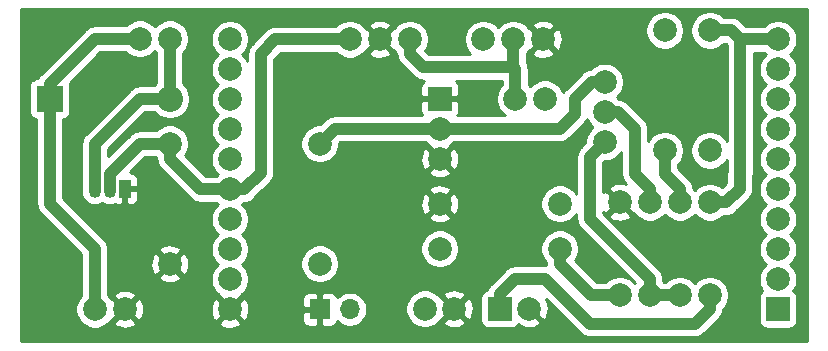
<source format=gbr>
%TF.GenerationSoftware,KiCad,Pcbnew,(5.1.7)-1*%
%TF.CreationDate,2021-04-11T18:09:15+01:00*%
%TF.ProjectId,AccCircV2,41636343-6972-4635-9632-2e6b69636164,rev?*%
%TF.SameCoordinates,Original*%
%TF.FileFunction,Copper,L2,Bot*%
%TF.FilePolarity,Positive*%
%FSLAX46Y46*%
G04 Gerber Fmt 4.6, Leading zero omitted, Abs format (unit mm)*
G04 Created by KiCad (PCBNEW (5.1.7)-1) date 2021-04-11 18:09:15*
%MOMM*%
%LPD*%
G01*
G04 APERTURE LIST*
%TA.AperFunction,ComponentPad*%
%ADD10C,2.000000*%
%TD*%
%TA.AperFunction,ComponentPad*%
%ADD11R,1.050000X1.500000*%
%TD*%
%TA.AperFunction,ComponentPad*%
%ADD12O,1.050000X1.500000*%
%TD*%
%TA.AperFunction,ComponentPad*%
%ADD13O,1.700000X1.700000*%
%TD*%
%TA.AperFunction,ComponentPad*%
%ADD14R,1.700000X1.700000*%
%TD*%
%TA.AperFunction,ComponentPad*%
%ADD15O,2.200000X2.200000*%
%TD*%
%TA.AperFunction,ComponentPad*%
%ADD16R,2.200000X2.200000*%
%TD*%
%TA.AperFunction,ComponentPad*%
%ADD17R,2.000000X2.000000*%
%TD*%
%TA.AperFunction,Conductor*%
%ADD18C,1.000000*%
%TD*%
%TA.AperFunction,Conductor*%
%ADD19C,0.254000*%
%TD*%
%TA.AperFunction,Conductor*%
%ADD20C,0.100000*%
%TD*%
G04 APERTURE END LIST*
D10*
%TO.P,U1,7*%
%TO.N,VolDivider*%
X100330000Y-47115000D03*
%TO.P,U1,6*%
X97790000Y-47115000D03*
%TO.P,U1,8*%
%TO.N,+3V3*%
X102870000Y-47115000D03*
%TO.P,U1,5*%
%TO.N,Net-(R4-Pad2)*%
X95250000Y-47115000D03*
%TO.P,U1,1*%
%TO.N,Net-(J2-Pad10)*%
X102870000Y-39245000D03*
%TO.P,U1,4*%
%TO.N,GND*%
X95250000Y-39245000D03*
%TO.P,U1,2*%
%TO.N,Net-(R1-Pad1)*%
X100330000Y-39245000D03*
%TO.P,U1,3*%
%TO.N,Net-(J5-Pad2)*%
X97790000Y-39245000D03*
%TD*%
%TO.P,R6,2*%
%TO.N,PIN3.2*%
X57150000Y-34290000D03*
%TO.P,R6,1*%
%TO.N,GND*%
X57150000Y-44450000D03*
%TD*%
%TO.P,R5,2*%
%TO.N,GND*%
X80010000Y-39370000D03*
%TO.P,R5,1*%
%TO.N,Net-(R4-Pad2)*%
X90170000Y-39370000D03*
%TD*%
%TO.P,R4,2*%
%TO.N,Net-(R4-Pad2)*%
X90170000Y-43180000D03*
%TO.P,R4,1*%
%TO.N,+3V3*%
X80010000Y-43180000D03*
%TD*%
D11*
%TO.P,Q1,1*%
%TO.N,GND*%
X53340000Y-38100000D03*
D12*
%TO.P,Q1,3*%
%TO.N,Net-(D1-Pad2)*%
X50800000Y-38100000D03*
%TO.P,Q1,2*%
%TO.N,PIN3.2*%
X52070000Y-38100000D03*
%TD*%
D10*
%TO.P,J7,2*%
%TO.N,GND*%
X53340000Y-48298100D03*
%TO.P,J7,1*%
%TO.N,+5V*%
X50800000Y-48298100D03*
%TD*%
%TO.P,J6,2*%
%TO.N,Net-(D1-Pad2)*%
X57150000Y-25400000D03*
%TO.P,J6,1*%
%TO.N,+5V*%
X54610000Y-25400000D03*
%TD*%
%TO.P,J5,3*%
%TO.N,VolDivider*%
X93980000Y-34138100D03*
%TO.P,J5,2*%
%TO.N,Net-(J5-Pad2)*%
X93980000Y-31598100D03*
%TO.P,J5,1*%
%TO.N,VolRef1V2*%
X93980000Y-29058100D03*
%TD*%
D13*
%TO.P,J4,2*%
%TO.N,+3V3*%
X72390000Y-48298100D03*
D14*
%TO.P,J4,1*%
%TO.N,GND*%
X69850000Y-48298100D03*
%TD*%
D15*
%TO.P,D1,2*%
%TO.N,Net-(D1-Pad2)*%
X57150000Y-30480000D03*
D16*
%TO.P,D1,1*%
%TO.N,+5V*%
X46990000Y-30480000D03*
%TD*%
D10*
%TO.P,C3,2*%
%TO.N,AccSignal*%
X86400000Y-30480000D03*
%TO.P,C3,1*%
%TO.N,Net-(C3-Pad1)*%
X88900000Y-30480000D03*
%TD*%
D17*
%TO.P,C1,1*%
%TO.N,+3V3*%
X85090000Y-48260000D03*
D10*
%TO.P,C1,2*%
%TO.N,GND*%
X87590000Y-48260000D03*
%TD*%
%TO.P,C2,1*%
%TO.N,+3V3*%
X78740000Y-48260000D03*
%TO.P,C2,2*%
%TO.N,GND*%
X81240000Y-48260000D03*
%TD*%
D17*
%TO.P,J2,1*%
%TO.N,N/C*%
X108645240Y-48298100D03*
D10*
%TO.P,J2,2*%
X108645240Y-45758100D03*
%TO.P,J2,3*%
X108645240Y-43218100D03*
%TO.P,J2,4*%
X108645240Y-40678100D03*
%TO.P,J2,5*%
X108645240Y-38138100D03*
%TO.P,J2,6*%
X108645240Y-35598100D03*
%TO.P,J2,7*%
X108645240Y-33058100D03*
%TO.P,J2,8*%
X108645240Y-30518100D03*
%TO.P,J2,9*%
X108645240Y-27978100D03*
%TO.P,J2,10*%
%TO.N,Net-(J2-Pad10)*%
X108645240Y-25438100D03*
%TD*%
%TO.P,J3,10*%
%TO.N,GND*%
X62245240Y-48308100D03*
%TO.P,J3,9*%
%TO.N,N/C*%
X62245240Y-45768100D03*
%TO.P,J3,8*%
X62245240Y-43228100D03*
%TO.P,J3,7*%
X62245240Y-40688100D03*
%TO.P,J3,6*%
%TO.N,PIN3.2*%
X62245240Y-38148100D03*
%TO.P,J3,5*%
%TO.N,N/C*%
X62245240Y-35608100D03*
%TO.P,J3,4*%
X62245240Y-33068100D03*
%TO.P,J3,3*%
X62245240Y-30528100D03*
%TO.P,J3,2*%
X62245240Y-27988100D03*
%TO.P,J3,1*%
X62245240Y-25448100D03*
%TD*%
%TO.P,R1,2*%
%TO.N,Net-(C3-Pad1)*%
X99060000Y-24698100D03*
%TO.P,R1,1*%
%TO.N,Net-(R1-Pad1)*%
X99060000Y-34858100D03*
%TD*%
%TO.P,R2,1*%
%TO.N,Net-(J2-Pad10)*%
X102870000Y-24698100D03*
%TO.P,R2,2*%
%TO.N,Net-(R1-Pad1)*%
X102870000Y-34858100D03*
%TD*%
%TO.P,R3,1*%
%TO.N,+3V3*%
X69850000Y-44450000D03*
%TO.P,R3,2*%
%TO.N,VolRef1V2*%
X69850000Y-34290000D03*
%TD*%
%TO.P,U2,2*%
%TO.N,VolRef1V2*%
X80010000Y-33020000D03*
%TO.P,U2,3*%
%TO.N,GND*%
X80010000Y-35560000D03*
D17*
%TO.P,U2,1*%
X80010000Y-30480000D03*
%TD*%
D10*
%TO.P,J8,1*%
%TO.N,PIN3.2*%
X72390000Y-25448100D03*
%TO.P,J8,2*%
%TO.N,GND*%
X74930000Y-25448100D03*
%TO.P,J8,3*%
%TO.N,AccSignal*%
X77470000Y-25448100D03*
%TD*%
%TO.P,J1,1*%
%TO.N,+3V3*%
X83693000Y-25448100D03*
%TO.P,J1,2*%
%TO.N,AccSignal*%
X86233000Y-25448100D03*
%TO.P,J1,3*%
%TO.N,GND*%
X88773000Y-25448100D03*
%TD*%
D18*
%TO.N,Net-(J2-Pad10)*%
X108563960Y-25519380D02*
X108645240Y-25438100D01*
X102870000Y-24698100D02*
X104708100Y-24698100D01*
X105448100Y-25438100D02*
X108645240Y-25438100D01*
X104708100Y-24698100D02*
X105448100Y-25438100D01*
X105448100Y-25438100D02*
X105448100Y-36791900D01*
X105448100Y-36791900D02*
X105410000Y-36830000D01*
X105410000Y-36830000D02*
X105410000Y-38100000D01*
X104265000Y-39245000D02*
X102870000Y-39245000D01*
X105410000Y-38100000D02*
X104265000Y-39245000D01*
%TO.N,PIN3.2*%
X72390000Y-25448100D02*
X66088100Y-25448100D01*
X66088100Y-25448100D02*
X64866200Y-26670000D01*
X64866200Y-26670000D02*
X64866200Y-36733800D01*
X63451900Y-38148100D02*
X62245240Y-38148100D01*
X64866200Y-36733800D02*
X63451900Y-38148100D01*
X57150000Y-35560000D02*
X57150000Y-34290000D01*
X59738100Y-38148100D02*
X57150000Y-35560000D01*
X62245240Y-38148100D02*
X59738100Y-38148100D01*
X52070000Y-38100000D02*
X52070000Y-36830000D01*
X54610000Y-34290000D02*
X57150000Y-34290000D01*
X52070000Y-36830000D02*
X54610000Y-34290000D01*
%TO.N,Net-(R1-Pad1)*%
X100330000Y-39245000D02*
X100330000Y-38100000D01*
X100330000Y-38100000D02*
X99060000Y-36830000D01*
X99060000Y-36830000D02*
X99060000Y-34858100D01*
%TO.N,VolRef1V2*%
X93980000Y-29058100D02*
X92861900Y-29058100D01*
X92861900Y-29058100D02*
X91440000Y-30480000D01*
X91440000Y-30480000D02*
X91440000Y-31750000D01*
X90170000Y-33020000D02*
X80010000Y-33020000D01*
X91440000Y-31750000D02*
X90170000Y-33020000D01*
X71120000Y-33020000D02*
X69850000Y-34290000D01*
X80010000Y-33020000D02*
X71120000Y-33020000D01*
%TO.N,+3V3*%
X102870000Y-48260000D02*
X101600000Y-49530000D01*
X102870000Y-47115000D02*
X102870000Y-48260000D01*
X85090000Y-48260000D02*
X85090000Y-46990000D01*
X85090000Y-46990000D02*
X86360000Y-45720000D01*
X86360000Y-45720000D02*
X88900000Y-45720000D01*
X88900000Y-45720000D02*
X92710000Y-49530000D01*
X92710000Y-49530000D02*
X101600000Y-49530000D01*
%TO.N,Net-(D1-Pad2)*%
X57150000Y-25400000D02*
X57150000Y-30480000D01*
X54610000Y-30480000D02*
X57150000Y-30480000D01*
X50800000Y-34290000D02*
X54610000Y-30480000D01*
X50800000Y-38100000D02*
X50800000Y-34290000D01*
%TO.N,+5V*%
X54610000Y-25400000D02*
X50800000Y-25400000D01*
X50800000Y-25400000D02*
X46990000Y-29210000D01*
X46990000Y-29210000D02*
X46990000Y-30480000D01*
X46990000Y-39370000D02*
X46990000Y-30480000D01*
X50800000Y-43180000D02*
X46990000Y-39370000D01*
X50800000Y-48298100D02*
X50800000Y-43180000D01*
%TO.N,VolDivider*%
X97790000Y-45720000D02*
X97790000Y-47115000D01*
X92710000Y-40640000D02*
X97790000Y-45720000D01*
X92710000Y-35408100D02*
X92710000Y-40640000D01*
X93980000Y-34138100D02*
X92710000Y-35408100D01*
X97790000Y-47115000D02*
X100330000Y-47115000D01*
%TO.N,Net-(J5-Pad2)*%
X95098100Y-31598100D02*
X93980000Y-31598100D01*
X96520000Y-33020000D02*
X95098100Y-31598100D01*
X96520000Y-36830000D02*
X96520000Y-33020000D01*
X97790000Y-38100000D02*
X96520000Y-36830000D01*
X97790000Y-39245000D02*
X97790000Y-38100000D01*
%TO.N,Net-(R4-Pad2)*%
X90170000Y-43180000D02*
X90170000Y-44450000D01*
X92835000Y-47115000D02*
X95250000Y-47115000D01*
X90170000Y-44450000D02*
X92835000Y-47115000D01*
%TO.N,AccSignal*%
X86233000Y-25448100D02*
X86233000Y-27813000D01*
X86400000Y-27980000D02*
X86400000Y-30480000D01*
X86233000Y-27813000D02*
X86400000Y-27980000D01*
X77470000Y-25448100D02*
X77470000Y-26670000D01*
X78613000Y-27813000D02*
X86233000Y-27813000D01*
X77470000Y-26670000D02*
X78613000Y-27813000D01*
%TD*%
D19*
%TO.N,GND*%
X111137700Y-50998120D02*
X44577000Y-50998120D01*
X44577000Y-29380000D01*
X45251928Y-29380000D01*
X45251928Y-31580000D01*
X45264188Y-31704482D01*
X45300498Y-31824180D01*
X45359463Y-31934494D01*
X45438815Y-32031185D01*
X45535506Y-32110537D01*
X45645820Y-32169502D01*
X45765518Y-32205812D01*
X45855001Y-32214625D01*
X45855000Y-39314248D01*
X45849509Y-39370000D01*
X45855000Y-39425751D01*
X45871423Y-39592498D01*
X45936324Y-39806446D01*
X46041716Y-40003623D01*
X46183551Y-40176449D01*
X46226865Y-40211996D01*
X49665001Y-43650134D01*
X49665000Y-47120861D01*
X49530013Y-47255848D01*
X49351082Y-47523637D01*
X49227832Y-47821188D01*
X49165000Y-48137067D01*
X49165000Y-48459133D01*
X49227832Y-48775012D01*
X49351082Y-49072563D01*
X49530013Y-49340352D01*
X49757748Y-49568087D01*
X50025537Y-49747018D01*
X50323088Y-49870268D01*
X50638967Y-49933100D01*
X50961033Y-49933100D01*
X51276912Y-49870268D01*
X51574463Y-49747018D01*
X51842252Y-49568087D01*
X51976826Y-49433513D01*
X52384192Y-49433513D01*
X52479956Y-49697914D01*
X52769571Y-49838804D01*
X53081108Y-49920484D01*
X53402595Y-49939818D01*
X53721675Y-49896061D01*
X54026088Y-49790895D01*
X54200044Y-49697914D01*
X54292186Y-49443513D01*
X61289432Y-49443513D01*
X61385196Y-49707914D01*
X61674811Y-49848804D01*
X61986348Y-49930484D01*
X62307835Y-49949818D01*
X62626915Y-49906061D01*
X62931328Y-49800895D01*
X63105284Y-49707914D01*
X63201048Y-49443513D01*
X62245240Y-48487705D01*
X61289432Y-49443513D01*
X54292186Y-49443513D01*
X54295808Y-49433513D01*
X53340000Y-48477705D01*
X52384192Y-49433513D01*
X51976826Y-49433513D01*
X52069987Y-49340352D01*
X52142720Y-49231500D01*
X52204587Y-49253908D01*
X53160395Y-48298100D01*
X53519605Y-48298100D01*
X54475413Y-49253908D01*
X54739814Y-49158144D01*
X54880704Y-48868529D01*
X54962384Y-48556992D01*
X54973587Y-48370695D01*
X60603522Y-48370695D01*
X60647279Y-48689775D01*
X60752445Y-48994188D01*
X60845426Y-49168144D01*
X61109827Y-49263908D01*
X62065635Y-48308100D01*
X62424845Y-48308100D01*
X63380653Y-49263908D01*
X63645054Y-49168144D01*
X63654804Y-49148100D01*
X68361928Y-49148100D01*
X68374188Y-49272582D01*
X68410498Y-49392280D01*
X68469463Y-49502594D01*
X68548815Y-49599285D01*
X68645506Y-49678637D01*
X68755820Y-49737602D01*
X68875518Y-49773912D01*
X69000000Y-49786172D01*
X69564250Y-49783100D01*
X69723000Y-49624350D01*
X69723000Y-48425100D01*
X68523750Y-48425100D01*
X68365000Y-48583850D01*
X68361928Y-49148100D01*
X63654804Y-49148100D01*
X63785944Y-48878529D01*
X63867624Y-48566992D01*
X63886958Y-48245505D01*
X63843201Y-47926425D01*
X63738035Y-47622012D01*
X63645078Y-47448100D01*
X68361928Y-47448100D01*
X68365000Y-48012350D01*
X68523750Y-48171100D01*
X69723000Y-48171100D01*
X69723000Y-46971850D01*
X69977000Y-46971850D01*
X69977000Y-48171100D01*
X69997000Y-48171100D01*
X69997000Y-48425100D01*
X69977000Y-48425100D01*
X69977000Y-49624350D01*
X70135750Y-49783100D01*
X70700000Y-49786172D01*
X70824482Y-49773912D01*
X70944180Y-49737602D01*
X71054494Y-49678637D01*
X71151185Y-49599285D01*
X71230537Y-49502594D01*
X71289502Y-49392280D01*
X71311513Y-49319720D01*
X71443368Y-49451575D01*
X71686589Y-49614090D01*
X71956842Y-49726032D01*
X72243740Y-49783100D01*
X72536260Y-49783100D01*
X72823158Y-49726032D01*
X73093411Y-49614090D01*
X73336632Y-49451575D01*
X73543475Y-49244732D01*
X73705990Y-49001511D01*
X73817932Y-48731258D01*
X73875000Y-48444360D01*
X73875000Y-48151840D01*
X73864483Y-48098967D01*
X77105000Y-48098967D01*
X77105000Y-48421033D01*
X77167832Y-48736912D01*
X77291082Y-49034463D01*
X77470013Y-49302252D01*
X77697748Y-49529987D01*
X77965537Y-49708918D01*
X78263088Y-49832168D01*
X78578967Y-49895000D01*
X78901033Y-49895000D01*
X79216912Y-49832168D01*
X79514463Y-49708918D01*
X79782252Y-49529987D01*
X79916826Y-49395413D01*
X80284192Y-49395413D01*
X80379956Y-49659814D01*
X80669571Y-49800704D01*
X80981108Y-49882384D01*
X81302595Y-49901718D01*
X81621675Y-49857961D01*
X81926088Y-49752795D01*
X82100044Y-49659814D01*
X82195808Y-49395413D01*
X81240000Y-48439605D01*
X80284192Y-49395413D01*
X79916826Y-49395413D01*
X80009987Y-49302252D01*
X80074925Y-49205065D01*
X80104587Y-49215808D01*
X81060395Y-48260000D01*
X81419605Y-48260000D01*
X82375413Y-49215808D01*
X82639814Y-49120044D01*
X82780704Y-48830429D01*
X82862384Y-48518892D01*
X82881718Y-48197405D01*
X82837961Y-47878325D01*
X82732795Y-47573912D01*
X82639814Y-47399956D01*
X82375413Y-47304192D01*
X81419605Y-48260000D01*
X81060395Y-48260000D01*
X80104587Y-47304192D01*
X80074925Y-47314935D01*
X80009987Y-47217748D01*
X79916826Y-47124587D01*
X80284192Y-47124587D01*
X81240000Y-48080395D01*
X82195808Y-47124587D01*
X82100044Y-46860186D01*
X81810429Y-46719296D01*
X81498892Y-46637616D01*
X81177405Y-46618282D01*
X80858325Y-46662039D01*
X80553912Y-46767205D01*
X80379956Y-46860186D01*
X80284192Y-47124587D01*
X79916826Y-47124587D01*
X79782252Y-46990013D01*
X79514463Y-46811082D01*
X79216912Y-46687832D01*
X78901033Y-46625000D01*
X78578967Y-46625000D01*
X78263088Y-46687832D01*
X77965537Y-46811082D01*
X77697748Y-46990013D01*
X77470013Y-47217748D01*
X77291082Y-47485537D01*
X77167832Y-47783088D01*
X77105000Y-48098967D01*
X73864483Y-48098967D01*
X73817932Y-47864942D01*
X73705990Y-47594689D01*
X73543475Y-47351468D01*
X73336632Y-47144625D01*
X73093411Y-46982110D01*
X72823158Y-46870168D01*
X72536260Y-46813100D01*
X72243740Y-46813100D01*
X71956842Y-46870168D01*
X71686589Y-46982110D01*
X71443368Y-47144625D01*
X71311513Y-47276480D01*
X71289502Y-47203920D01*
X71230537Y-47093606D01*
X71151185Y-46996915D01*
X71054494Y-46917563D01*
X70944180Y-46858598D01*
X70824482Y-46822288D01*
X70700000Y-46810028D01*
X70135750Y-46813100D01*
X69977000Y-46971850D01*
X69723000Y-46971850D01*
X69564250Y-46813100D01*
X69000000Y-46810028D01*
X68875518Y-46822288D01*
X68755820Y-46858598D01*
X68645506Y-46917563D01*
X68548815Y-46996915D01*
X68469463Y-47093606D01*
X68410498Y-47203920D01*
X68374188Y-47323618D01*
X68361928Y-47448100D01*
X63645078Y-47448100D01*
X63645054Y-47448056D01*
X63380653Y-47352292D01*
X62424845Y-48308100D01*
X62065635Y-48308100D01*
X61109827Y-47352292D01*
X60845426Y-47448056D01*
X60704536Y-47737671D01*
X60622856Y-48049208D01*
X60603522Y-48370695D01*
X54973587Y-48370695D01*
X54981718Y-48235505D01*
X54937961Y-47916425D01*
X54832795Y-47612012D01*
X54739814Y-47438056D01*
X54475413Y-47342292D01*
X53519605Y-48298100D01*
X53160395Y-48298100D01*
X52204587Y-47342292D01*
X52142720Y-47364700D01*
X52069987Y-47255848D01*
X51976826Y-47162687D01*
X52384192Y-47162687D01*
X53340000Y-48118495D01*
X54295808Y-47162687D01*
X54200044Y-46898286D01*
X53910429Y-46757396D01*
X53598892Y-46675716D01*
X53277405Y-46656382D01*
X52958325Y-46700139D01*
X52653912Y-46805305D01*
X52479956Y-46898286D01*
X52384192Y-47162687D01*
X51976826Y-47162687D01*
X51935000Y-47120861D01*
X51935000Y-45585413D01*
X56194192Y-45585413D01*
X56289956Y-45849814D01*
X56579571Y-45990704D01*
X56891108Y-46072384D01*
X57212595Y-46091718D01*
X57531675Y-46047961D01*
X57836088Y-45942795D01*
X58010044Y-45849814D01*
X58105808Y-45585413D01*
X57150000Y-44629605D01*
X56194192Y-45585413D01*
X51935000Y-45585413D01*
X51935000Y-44512595D01*
X55508282Y-44512595D01*
X55552039Y-44831675D01*
X55657205Y-45136088D01*
X55750186Y-45310044D01*
X56014587Y-45405808D01*
X56970395Y-44450000D01*
X57329605Y-44450000D01*
X58285413Y-45405808D01*
X58549814Y-45310044D01*
X58690704Y-45020429D01*
X58772384Y-44708892D01*
X58791718Y-44387405D01*
X58747961Y-44068325D01*
X58642795Y-43763912D01*
X58549814Y-43589956D01*
X58285413Y-43494192D01*
X57329605Y-44450000D01*
X56970395Y-44450000D01*
X56014587Y-43494192D01*
X55750186Y-43589956D01*
X55609296Y-43879571D01*
X55527616Y-44191108D01*
X55508282Y-44512595D01*
X51935000Y-44512595D01*
X51935000Y-43314587D01*
X56194192Y-43314587D01*
X57150000Y-44270395D01*
X58105808Y-43314587D01*
X58010044Y-43050186D01*
X57720429Y-42909296D01*
X57408892Y-42827616D01*
X57087405Y-42808282D01*
X56768325Y-42852039D01*
X56463912Y-42957205D01*
X56289956Y-43050186D01*
X56194192Y-43314587D01*
X51935000Y-43314587D01*
X51935000Y-43235752D01*
X51940491Y-43180000D01*
X51918577Y-42957501D01*
X51853676Y-42743553D01*
X51748284Y-42546377D01*
X51641989Y-42416856D01*
X51641987Y-42416854D01*
X51606449Y-42373551D01*
X51563146Y-42338013D01*
X48125000Y-38899869D01*
X48125000Y-32214625D01*
X48214482Y-32205812D01*
X48334180Y-32169502D01*
X48444494Y-32110537D01*
X48541185Y-32031185D01*
X48620537Y-31934494D01*
X48679502Y-31824180D01*
X48715812Y-31704482D01*
X48728072Y-31580000D01*
X48728072Y-29380000D01*
X48715812Y-29255518D01*
X48679502Y-29135820D01*
X48675952Y-29129179D01*
X51270133Y-26535000D01*
X53432761Y-26535000D01*
X53567748Y-26669987D01*
X53835537Y-26848918D01*
X54133088Y-26972168D01*
X54448967Y-27035000D01*
X54771033Y-27035000D01*
X55086912Y-26972168D01*
X55384463Y-26848918D01*
X55652252Y-26669987D01*
X55879987Y-26442252D01*
X55880000Y-26442233D01*
X55880013Y-26442252D01*
X56015000Y-26577239D01*
X56015001Y-29161338D01*
X55831339Y-29345000D01*
X54665752Y-29345000D01*
X54610000Y-29339509D01*
X54387501Y-29361423D01*
X54173553Y-29426324D01*
X53976377Y-29531716D01*
X53846856Y-29638011D01*
X53846854Y-29638013D01*
X53803551Y-29673551D01*
X53768013Y-29716854D01*
X50036860Y-33448009D01*
X49993552Y-33483551D01*
X49851717Y-33656377D01*
X49827516Y-33701654D01*
X49746324Y-33853554D01*
X49681423Y-34067502D01*
X49659509Y-34290000D01*
X49665001Y-34345761D01*
X49665000Y-37620518D01*
X49656785Y-37647600D01*
X49640000Y-37818021D01*
X49640000Y-38381978D01*
X49656785Y-38552399D01*
X49723115Y-38771059D01*
X49830829Y-38972578D01*
X49975788Y-39149212D01*
X50152421Y-39294171D01*
X50353940Y-39401885D01*
X50572600Y-39468215D01*
X50800000Y-39490612D01*
X51027399Y-39468215D01*
X51246059Y-39401885D01*
X51435000Y-39300894D01*
X51623940Y-39401885D01*
X51842600Y-39468215D01*
X52070000Y-39490612D01*
X52297399Y-39468215D01*
X52506098Y-39404907D01*
X52570820Y-39439502D01*
X52690518Y-39475812D01*
X52815000Y-39488072D01*
X53054250Y-39485000D01*
X53213000Y-39326250D01*
X53213000Y-38553109D01*
X53213215Y-38552400D01*
X53230000Y-38381979D01*
X53230000Y-38227000D01*
X53467000Y-38227000D01*
X53467000Y-39326250D01*
X53625750Y-39485000D01*
X53865000Y-39488072D01*
X53989482Y-39475812D01*
X54109180Y-39439502D01*
X54219494Y-39380537D01*
X54316185Y-39301185D01*
X54395537Y-39204494D01*
X54454502Y-39094180D01*
X54490812Y-38974482D01*
X54503072Y-38850000D01*
X54500000Y-38385750D01*
X54341250Y-38227000D01*
X53467000Y-38227000D01*
X53230000Y-38227000D01*
X53230000Y-37953000D01*
X53467000Y-37953000D01*
X53467000Y-37973000D01*
X54341250Y-37973000D01*
X54500000Y-37814250D01*
X54503072Y-37350000D01*
X54490812Y-37225518D01*
X54454502Y-37105820D01*
X54395537Y-36995506D01*
X54316185Y-36898815D01*
X54219494Y-36819463D01*
X54109180Y-36760498D01*
X53989482Y-36724188D01*
X53865000Y-36711928D01*
X53792269Y-36712862D01*
X55080132Y-35425000D01*
X55972761Y-35425000D01*
X56015000Y-35467239D01*
X56015000Y-35504249D01*
X56009509Y-35560000D01*
X56015000Y-35615751D01*
X56031423Y-35782498D01*
X56096324Y-35996446D01*
X56201716Y-36193623D01*
X56343551Y-36366449D01*
X56386865Y-36401996D01*
X58896109Y-38911241D01*
X58931651Y-38954549D01*
X59104477Y-39096384D01*
X59301653Y-39201776D01*
X59465805Y-39251571D01*
X59515600Y-39266677D01*
X59738099Y-39288591D01*
X59793851Y-39283100D01*
X61068001Y-39283100D01*
X61202988Y-39418087D01*
X61203007Y-39418100D01*
X61202988Y-39418113D01*
X60975253Y-39645848D01*
X60796322Y-39913637D01*
X60673072Y-40211188D01*
X60610240Y-40527067D01*
X60610240Y-40849133D01*
X60673072Y-41165012D01*
X60796322Y-41462563D01*
X60975253Y-41730352D01*
X61202988Y-41958087D01*
X61203007Y-41958100D01*
X61202988Y-41958113D01*
X60975253Y-42185848D01*
X60796322Y-42453637D01*
X60673072Y-42751188D01*
X60610240Y-43067067D01*
X60610240Y-43389133D01*
X60673072Y-43705012D01*
X60796322Y-44002563D01*
X60975253Y-44270352D01*
X61202988Y-44498087D01*
X61203007Y-44498100D01*
X61202988Y-44498113D01*
X60975253Y-44725848D01*
X60796322Y-44993637D01*
X60673072Y-45291188D01*
X60610240Y-45607067D01*
X60610240Y-45929133D01*
X60673072Y-46245012D01*
X60796322Y-46542563D01*
X60975253Y-46810352D01*
X61202988Y-47038087D01*
X61311840Y-47110820D01*
X61289432Y-47172687D01*
X62245240Y-48128495D01*
X63201048Y-47172687D01*
X63178640Y-47110820D01*
X63287492Y-47038087D01*
X63515227Y-46810352D01*
X63694158Y-46542563D01*
X63817408Y-46245012D01*
X63880240Y-45929133D01*
X63880240Y-45607067D01*
X63817408Y-45291188D01*
X63694158Y-44993637D01*
X63515227Y-44725848D01*
X63287492Y-44498113D01*
X63287473Y-44498100D01*
X63287492Y-44498087D01*
X63496612Y-44288967D01*
X68215000Y-44288967D01*
X68215000Y-44611033D01*
X68277832Y-44926912D01*
X68401082Y-45224463D01*
X68580013Y-45492252D01*
X68807748Y-45719987D01*
X69075537Y-45898918D01*
X69373088Y-46022168D01*
X69688967Y-46085000D01*
X70011033Y-46085000D01*
X70326912Y-46022168D01*
X70624463Y-45898918D01*
X70892252Y-45719987D01*
X71119987Y-45492252D01*
X71298918Y-45224463D01*
X71422168Y-44926912D01*
X71485000Y-44611033D01*
X71485000Y-44288967D01*
X71422168Y-43973088D01*
X71298918Y-43675537D01*
X71119987Y-43407748D01*
X70892252Y-43180013D01*
X70651230Y-43018967D01*
X78375000Y-43018967D01*
X78375000Y-43341033D01*
X78437832Y-43656912D01*
X78561082Y-43954463D01*
X78740013Y-44222252D01*
X78967748Y-44449987D01*
X79235537Y-44628918D01*
X79533088Y-44752168D01*
X79848967Y-44815000D01*
X80171033Y-44815000D01*
X80486912Y-44752168D01*
X80784463Y-44628918D01*
X81052252Y-44449987D01*
X81279987Y-44222252D01*
X81458918Y-43954463D01*
X81582168Y-43656912D01*
X81645000Y-43341033D01*
X81645000Y-43018967D01*
X81582168Y-42703088D01*
X81458918Y-42405537D01*
X81279987Y-42137748D01*
X81052252Y-41910013D01*
X80784463Y-41731082D01*
X80486912Y-41607832D01*
X80171033Y-41545000D01*
X79848967Y-41545000D01*
X79533088Y-41607832D01*
X79235537Y-41731082D01*
X78967748Y-41910013D01*
X78740013Y-42137748D01*
X78561082Y-42405537D01*
X78437832Y-42703088D01*
X78375000Y-43018967D01*
X70651230Y-43018967D01*
X70624463Y-43001082D01*
X70326912Y-42877832D01*
X70011033Y-42815000D01*
X69688967Y-42815000D01*
X69373088Y-42877832D01*
X69075537Y-43001082D01*
X68807748Y-43180013D01*
X68580013Y-43407748D01*
X68401082Y-43675537D01*
X68277832Y-43973088D01*
X68215000Y-44288967D01*
X63496612Y-44288967D01*
X63515227Y-44270352D01*
X63694158Y-44002563D01*
X63817408Y-43705012D01*
X63880240Y-43389133D01*
X63880240Y-43067067D01*
X63817408Y-42751188D01*
X63694158Y-42453637D01*
X63515227Y-42185848D01*
X63287492Y-41958113D01*
X63287473Y-41958100D01*
X63287492Y-41958087D01*
X63515227Y-41730352D01*
X63694158Y-41462563D01*
X63817408Y-41165012D01*
X63880240Y-40849133D01*
X63880240Y-40527067D01*
X63875933Y-40505413D01*
X79054192Y-40505413D01*
X79149956Y-40769814D01*
X79439571Y-40910704D01*
X79751108Y-40992384D01*
X80072595Y-41011718D01*
X80391675Y-40967961D01*
X80696088Y-40862795D01*
X80870044Y-40769814D01*
X80965808Y-40505413D01*
X80010000Y-39549605D01*
X79054192Y-40505413D01*
X63875933Y-40505413D01*
X63817408Y-40211188D01*
X63694158Y-39913637D01*
X63515227Y-39645848D01*
X63301974Y-39432595D01*
X78368282Y-39432595D01*
X78412039Y-39751675D01*
X78517205Y-40056088D01*
X78610186Y-40230044D01*
X78874587Y-40325808D01*
X79830395Y-39370000D01*
X80189605Y-39370000D01*
X81145413Y-40325808D01*
X81409814Y-40230044D01*
X81550704Y-39940429D01*
X81632384Y-39628892D01*
X81651718Y-39307405D01*
X81607961Y-38988325D01*
X81502795Y-38683912D01*
X81409814Y-38509956D01*
X81145413Y-38414192D01*
X80189605Y-39370000D01*
X79830395Y-39370000D01*
X78874587Y-38414192D01*
X78610186Y-38509956D01*
X78469296Y-38799571D01*
X78387616Y-39111108D01*
X78368282Y-39432595D01*
X63301974Y-39432595D01*
X63287492Y-39418113D01*
X63287473Y-39418100D01*
X63287492Y-39418087D01*
X63420118Y-39285461D01*
X63451900Y-39288591D01*
X63507651Y-39283100D01*
X63507652Y-39283100D01*
X63674399Y-39266677D01*
X63888347Y-39201776D01*
X64085523Y-39096384D01*
X64258349Y-38954549D01*
X64293896Y-38911235D01*
X64970544Y-38234587D01*
X79054192Y-38234587D01*
X80010000Y-39190395D01*
X80965808Y-38234587D01*
X80870044Y-37970186D01*
X80580429Y-37829296D01*
X80268892Y-37747616D01*
X79947405Y-37728282D01*
X79628325Y-37772039D01*
X79323912Y-37877205D01*
X79149956Y-37970186D01*
X79054192Y-38234587D01*
X64970544Y-38234587D01*
X65629340Y-37575792D01*
X65672649Y-37540249D01*
X65814484Y-37367423D01*
X65919876Y-37170247D01*
X65984777Y-36956299D01*
X66001200Y-36789552D01*
X66001200Y-36789543D01*
X66006690Y-36733801D01*
X66002910Y-36695413D01*
X79054192Y-36695413D01*
X79149956Y-36959814D01*
X79439571Y-37100704D01*
X79751108Y-37182384D01*
X80072595Y-37201718D01*
X80391675Y-37157961D01*
X80696088Y-37052795D01*
X80870044Y-36959814D01*
X80965808Y-36695413D01*
X80010000Y-35739605D01*
X79054192Y-36695413D01*
X66002910Y-36695413D01*
X66001200Y-36678059D01*
X66001200Y-34128967D01*
X68215000Y-34128967D01*
X68215000Y-34451033D01*
X68277832Y-34766912D01*
X68401082Y-35064463D01*
X68580013Y-35332252D01*
X68807748Y-35559987D01*
X69075537Y-35738918D01*
X69373088Y-35862168D01*
X69688967Y-35925000D01*
X70011033Y-35925000D01*
X70326912Y-35862168D01*
X70624463Y-35738918D01*
X70798552Y-35622595D01*
X78368282Y-35622595D01*
X78412039Y-35941675D01*
X78517205Y-36246088D01*
X78610186Y-36420044D01*
X78874587Y-36515808D01*
X79830395Y-35560000D01*
X80189605Y-35560000D01*
X81145413Y-36515808D01*
X81409814Y-36420044D01*
X81550704Y-36130429D01*
X81632384Y-35818892D01*
X81651718Y-35497405D01*
X81607961Y-35178325D01*
X81502795Y-34873912D01*
X81409814Y-34699956D01*
X81145413Y-34604192D01*
X80189605Y-35560000D01*
X79830395Y-35560000D01*
X78874587Y-34604192D01*
X78610186Y-34699956D01*
X78469296Y-34989571D01*
X78387616Y-35301108D01*
X78368282Y-35622595D01*
X70798552Y-35622595D01*
X70892252Y-35559987D01*
X71119987Y-35332252D01*
X71298918Y-35064463D01*
X71422168Y-34766912D01*
X71485000Y-34451033D01*
X71485000Y-34260132D01*
X71590132Y-34155000D01*
X78832761Y-34155000D01*
X78967748Y-34289987D01*
X79076600Y-34362720D01*
X79054192Y-34424587D01*
X80010000Y-35380395D01*
X80965808Y-34424587D01*
X80943400Y-34362720D01*
X81052252Y-34289987D01*
X81187239Y-34155000D01*
X90114249Y-34155000D01*
X90170000Y-34160491D01*
X90225751Y-34155000D01*
X90225752Y-34155000D01*
X90392499Y-34138577D01*
X90606447Y-34073676D01*
X90803623Y-33968284D01*
X90976449Y-33826449D01*
X91011996Y-33783135D01*
X92203140Y-32591992D01*
X92246449Y-32556449D01*
X92388284Y-32383623D01*
X92471317Y-32228278D01*
X92531082Y-32372563D01*
X92710013Y-32640352D01*
X92937748Y-32868087D01*
X92937767Y-32868100D01*
X92937748Y-32868113D01*
X92710013Y-33095848D01*
X92531082Y-33363637D01*
X92407832Y-33661188D01*
X92345000Y-33977067D01*
X92345000Y-34167969D01*
X91946865Y-34566104D01*
X91903551Y-34601651D01*
X91761716Y-34774477D01*
X91656325Y-34971653D01*
X91656324Y-34971654D01*
X91591423Y-35185602D01*
X91569509Y-35408100D01*
X91575000Y-35463852D01*
X91575001Y-38529810D01*
X91439987Y-38327748D01*
X91212252Y-38100013D01*
X90944463Y-37921082D01*
X90646912Y-37797832D01*
X90331033Y-37735000D01*
X90008967Y-37735000D01*
X89693088Y-37797832D01*
X89395537Y-37921082D01*
X89127748Y-38100013D01*
X88900013Y-38327748D01*
X88721082Y-38595537D01*
X88597832Y-38893088D01*
X88535000Y-39208967D01*
X88535000Y-39531033D01*
X88597832Y-39846912D01*
X88721082Y-40144463D01*
X88900013Y-40412252D01*
X89127748Y-40639987D01*
X89395537Y-40818918D01*
X89693088Y-40942168D01*
X90008967Y-41005000D01*
X90331033Y-41005000D01*
X90646912Y-40942168D01*
X90944463Y-40818918D01*
X91212252Y-40639987D01*
X91439987Y-40412252D01*
X91575001Y-40210190D01*
X91575001Y-40584239D01*
X91569509Y-40640000D01*
X91591423Y-40862498D01*
X91656324Y-41076446D01*
X91703664Y-41165012D01*
X91761717Y-41273623D01*
X91903552Y-41446449D01*
X91946860Y-41481991D01*
X96528815Y-46063946D01*
X96520013Y-46072748D01*
X96520000Y-46072767D01*
X96519987Y-46072748D01*
X96292252Y-45845013D01*
X96024463Y-45666082D01*
X95726912Y-45542832D01*
X95411033Y-45480000D01*
X95088967Y-45480000D01*
X94773088Y-45542832D01*
X94475537Y-45666082D01*
X94207748Y-45845013D01*
X94072761Y-45980000D01*
X93305132Y-45980000D01*
X91483004Y-44157873D01*
X91618918Y-43954463D01*
X91742168Y-43656912D01*
X91805000Y-43341033D01*
X91805000Y-43018967D01*
X91742168Y-42703088D01*
X91618918Y-42405537D01*
X91439987Y-42137748D01*
X91212252Y-41910013D01*
X90944463Y-41731082D01*
X90646912Y-41607832D01*
X90331033Y-41545000D01*
X90008967Y-41545000D01*
X89693088Y-41607832D01*
X89395537Y-41731082D01*
X89127748Y-41910013D01*
X88900013Y-42137748D01*
X88721082Y-42405537D01*
X88597832Y-42703088D01*
X88535000Y-43018967D01*
X88535000Y-43341033D01*
X88597832Y-43656912D01*
X88721082Y-43954463D01*
X88900013Y-44222252D01*
X89035000Y-44357239D01*
X89035000Y-44394249D01*
X89029509Y-44450000D01*
X89035000Y-44505751D01*
X89035000Y-44505752D01*
X89043658Y-44593658D01*
X88955752Y-44585000D01*
X88955751Y-44585000D01*
X88900000Y-44579509D01*
X88844249Y-44585000D01*
X86415743Y-44585000D01*
X86359999Y-44579510D01*
X86304255Y-44585000D01*
X86304248Y-44585000D01*
X86158493Y-44599356D01*
X86137500Y-44601423D01*
X86105821Y-44611033D01*
X85923553Y-44666324D01*
X85726377Y-44771716D01*
X85553551Y-44913551D01*
X85518008Y-44956860D01*
X84326860Y-46148009D01*
X84283552Y-46183551D01*
X84141717Y-46356377D01*
X84036324Y-46553553D01*
X84013291Y-46629483D01*
X83965518Y-46634188D01*
X83845820Y-46670498D01*
X83735506Y-46729463D01*
X83638815Y-46808815D01*
X83559463Y-46905506D01*
X83500498Y-47015820D01*
X83464188Y-47135518D01*
X83451928Y-47260000D01*
X83451928Y-49260000D01*
X83464188Y-49384482D01*
X83500498Y-49504180D01*
X83559463Y-49614494D01*
X83638815Y-49711185D01*
X83735506Y-49790537D01*
X83845820Y-49849502D01*
X83965518Y-49885812D01*
X84090000Y-49898072D01*
X86090000Y-49898072D01*
X86214482Y-49885812D01*
X86334180Y-49849502D01*
X86444494Y-49790537D01*
X86541185Y-49711185D01*
X86620537Y-49614494D01*
X86675976Y-49510777D01*
X86729956Y-49659814D01*
X87019571Y-49800704D01*
X87331108Y-49882384D01*
X87652595Y-49901718D01*
X87971675Y-49857961D01*
X88276088Y-49752795D01*
X88450044Y-49659814D01*
X88545808Y-49395413D01*
X87590000Y-48439605D01*
X87575858Y-48453748D01*
X87396253Y-48274143D01*
X87410395Y-48260000D01*
X87396253Y-48245858D01*
X87575858Y-48066253D01*
X87590000Y-48080395D01*
X87604143Y-48066253D01*
X87783748Y-48245858D01*
X87769605Y-48260000D01*
X88725413Y-49215808D01*
X88989814Y-49120044D01*
X89130704Y-48830429D01*
X89212384Y-48518892D01*
X89231718Y-48197405D01*
X89187961Y-47878325D01*
X89082795Y-47573912D01*
X89007026Y-47432157D01*
X91868013Y-50293146D01*
X91903551Y-50336449D01*
X91946854Y-50371987D01*
X91946856Y-50371989D01*
X92076377Y-50478284D01*
X92273553Y-50583676D01*
X92487501Y-50648577D01*
X92710000Y-50670491D01*
X92765752Y-50665000D01*
X101544249Y-50665000D01*
X101600000Y-50670491D01*
X101655751Y-50665000D01*
X101655752Y-50665000D01*
X101822499Y-50648577D01*
X102036447Y-50583676D01*
X102233623Y-50478284D01*
X102406449Y-50336449D01*
X102441996Y-50293135D01*
X103633140Y-49101992D01*
X103676449Y-49066449D01*
X103818284Y-48893623D01*
X103923676Y-48696447D01*
X103988577Y-48482499D01*
X104005000Y-48315752D01*
X104005000Y-48315745D01*
X104007568Y-48289671D01*
X104139987Y-48157252D01*
X104318918Y-47889463D01*
X104442168Y-47591912D01*
X104505000Y-47276033D01*
X104505000Y-46953967D01*
X104442168Y-46638088D01*
X104318918Y-46340537D01*
X104139987Y-46072748D01*
X103912252Y-45845013D01*
X103644463Y-45666082D01*
X103346912Y-45542832D01*
X103031033Y-45480000D01*
X102708967Y-45480000D01*
X102393088Y-45542832D01*
X102095537Y-45666082D01*
X101827748Y-45845013D01*
X101600013Y-46072748D01*
X101600000Y-46072767D01*
X101599987Y-46072748D01*
X101372252Y-45845013D01*
X101104463Y-45666082D01*
X100806912Y-45542832D01*
X100491033Y-45480000D01*
X100168967Y-45480000D01*
X99853088Y-45542832D01*
X99555537Y-45666082D01*
X99287748Y-45845013D01*
X99152761Y-45980000D01*
X98967239Y-45980000D01*
X98925000Y-45937761D01*
X98925000Y-45775751D01*
X98930491Y-45720000D01*
X98908577Y-45497501D01*
X98843676Y-45283553D01*
X98738284Y-45086377D01*
X98736023Y-45083622D01*
X98596449Y-44913551D01*
X98553141Y-44878009D01*
X94055545Y-40380413D01*
X94294192Y-40380413D01*
X94389956Y-40644814D01*
X94679571Y-40785704D01*
X94991108Y-40867384D01*
X95312595Y-40886718D01*
X95631675Y-40842961D01*
X95936088Y-40737795D01*
X96110044Y-40644814D01*
X96205808Y-40380413D01*
X95250000Y-39424605D01*
X94294192Y-40380413D01*
X94055545Y-40380413D01*
X93845000Y-40169869D01*
X93845000Y-40095342D01*
X93850186Y-40105044D01*
X94114587Y-40200808D01*
X95070395Y-39245000D01*
X94114587Y-38289192D01*
X93850186Y-38384956D01*
X93845000Y-38395616D01*
X93845000Y-35878231D01*
X93950131Y-35773100D01*
X94141033Y-35773100D01*
X94456912Y-35710268D01*
X94754463Y-35587018D01*
X95022252Y-35408087D01*
X95249987Y-35180352D01*
X95385000Y-34978290D01*
X95385000Y-36774248D01*
X95379509Y-36830000D01*
X95394423Y-36981423D01*
X95401423Y-37052498D01*
X95466324Y-37266446D01*
X95571716Y-37463623D01*
X95713551Y-37636449D01*
X95756865Y-37671996D01*
X95778055Y-37693186D01*
X95508892Y-37622616D01*
X95187405Y-37603282D01*
X94868325Y-37647039D01*
X94563912Y-37752205D01*
X94389956Y-37845186D01*
X94294192Y-38109587D01*
X95250000Y-39065395D01*
X95264143Y-39051253D01*
X95443748Y-39230858D01*
X95429605Y-39245000D01*
X96385413Y-40200808D01*
X96447280Y-40178400D01*
X96520013Y-40287252D01*
X96747748Y-40514987D01*
X97015537Y-40693918D01*
X97313088Y-40817168D01*
X97628967Y-40880000D01*
X97951033Y-40880000D01*
X98266912Y-40817168D01*
X98564463Y-40693918D01*
X98832252Y-40514987D01*
X99059987Y-40287252D01*
X99060000Y-40287233D01*
X99060013Y-40287252D01*
X99287748Y-40514987D01*
X99555537Y-40693918D01*
X99853088Y-40817168D01*
X100168967Y-40880000D01*
X100491033Y-40880000D01*
X100806912Y-40817168D01*
X101104463Y-40693918D01*
X101372252Y-40514987D01*
X101599987Y-40287252D01*
X101600000Y-40287233D01*
X101600013Y-40287252D01*
X101827748Y-40514987D01*
X102095537Y-40693918D01*
X102393088Y-40817168D01*
X102708967Y-40880000D01*
X103031033Y-40880000D01*
X103346912Y-40817168D01*
X103644463Y-40693918D01*
X103912252Y-40514987D01*
X104047239Y-40380000D01*
X104209249Y-40380000D01*
X104265000Y-40385491D01*
X104320751Y-40380000D01*
X104320752Y-40380000D01*
X104487499Y-40363577D01*
X104701447Y-40298676D01*
X104898623Y-40193284D01*
X105071449Y-40051449D01*
X105106995Y-40008136D01*
X106173146Y-38941987D01*
X106216449Y-38906449D01*
X106296791Y-38808553D01*
X106358284Y-38733623D01*
X106463676Y-38536447D01*
X106528577Y-38322499D01*
X106550491Y-38100000D01*
X106545000Y-38044248D01*
X106545000Y-37085858D01*
X106566677Y-37014399D01*
X106583100Y-36847652D01*
X106583100Y-36847651D01*
X106588591Y-36791900D01*
X106583100Y-36736148D01*
X106583100Y-26573100D01*
X107468001Y-26573100D01*
X107602988Y-26708087D01*
X107603007Y-26708100D01*
X107602988Y-26708113D01*
X107375253Y-26935848D01*
X107196322Y-27203637D01*
X107073072Y-27501188D01*
X107010240Y-27817067D01*
X107010240Y-28139133D01*
X107073072Y-28455012D01*
X107196322Y-28752563D01*
X107375253Y-29020352D01*
X107602988Y-29248087D01*
X107603007Y-29248100D01*
X107602988Y-29248113D01*
X107375253Y-29475848D01*
X107196322Y-29743637D01*
X107073072Y-30041188D01*
X107010240Y-30357067D01*
X107010240Y-30679133D01*
X107073072Y-30995012D01*
X107196322Y-31292563D01*
X107375253Y-31560352D01*
X107602988Y-31788087D01*
X107603007Y-31788100D01*
X107602988Y-31788113D01*
X107375253Y-32015848D01*
X107196322Y-32283637D01*
X107073072Y-32581188D01*
X107010240Y-32897067D01*
X107010240Y-33219133D01*
X107073072Y-33535012D01*
X107196322Y-33832563D01*
X107375253Y-34100352D01*
X107602988Y-34328087D01*
X107603007Y-34328100D01*
X107602988Y-34328113D01*
X107375253Y-34555848D01*
X107196322Y-34823637D01*
X107073072Y-35121188D01*
X107010240Y-35437067D01*
X107010240Y-35759133D01*
X107073072Y-36075012D01*
X107196322Y-36372563D01*
X107375253Y-36640352D01*
X107602988Y-36868087D01*
X107603007Y-36868100D01*
X107602988Y-36868113D01*
X107375253Y-37095848D01*
X107196322Y-37363637D01*
X107073072Y-37661188D01*
X107010240Y-37977067D01*
X107010240Y-38299133D01*
X107073072Y-38615012D01*
X107196322Y-38912563D01*
X107375253Y-39180352D01*
X107602988Y-39408087D01*
X107603007Y-39408100D01*
X107602988Y-39408113D01*
X107375253Y-39635848D01*
X107196322Y-39903637D01*
X107073072Y-40201188D01*
X107010240Y-40517067D01*
X107010240Y-40839133D01*
X107073072Y-41155012D01*
X107196322Y-41452563D01*
X107375253Y-41720352D01*
X107602988Y-41948087D01*
X107603007Y-41948100D01*
X107602988Y-41948113D01*
X107375253Y-42175848D01*
X107196322Y-42443637D01*
X107073072Y-42741188D01*
X107010240Y-43057067D01*
X107010240Y-43379133D01*
X107073072Y-43695012D01*
X107196322Y-43992563D01*
X107375253Y-44260352D01*
X107602988Y-44488087D01*
X107603007Y-44488100D01*
X107602988Y-44488113D01*
X107375253Y-44715848D01*
X107196322Y-44983637D01*
X107073072Y-45281188D01*
X107010240Y-45597067D01*
X107010240Y-45919133D01*
X107073072Y-46235012D01*
X107196322Y-46532563D01*
X107336870Y-46742909D01*
X107290746Y-46767563D01*
X107194055Y-46846915D01*
X107114703Y-46943606D01*
X107055738Y-47053920D01*
X107019428Y-47173618D01*
X107007168Y-47298100D01*
X107007168Y-49298100D01*
X107019428Y-49422582D01*
X107055738Y-49542280D01*
X107114703Y-49652594D01*
X107194055Y-49749285D01*
X107290746Y-49828637D01*
X107401060Y-49887602D01*
X107520758Y-49923912D01*
X107645240Y-49936172D01*
X109645240Y-49936172D01*
X109769722Y-49923912D01*
X109889420Y-49887602D01*
X109999734Y-49828637D01*
X110096425Y-49749285D01*
X110175777Y-49652594D01*
X110234742Y-49542280D01*
X110271052Y-49422582D01*
X110283312Y-49298100D01*
X110283312Y-47298100D01*
X110271052Y-47173618D01*
X110234742Y-47053920D01*
X110175777Y-46943606D01*
X110096425Y-46846915D01*
X109999734Y-46767563D01*
X109953610Y-46742909D01*
X110094158Y-46532563D01*
X110217408Y-46235012D01*
X110280240Y-45919133D01*
X110280240Y-45597067D01*
X110217408Y-45281188D01*
X110094158Y-44983637D01*
X109915227Y-44715848D01*
X109687492Y-44488113D01*
X109687473Y-44488100D01*
X109687492Y-44488087D01*
X109915227Y-44260352D01*
X110094158Y-43992563D01*
X110217408Y-43695012D01*
X110280240Y-43379133D01*
X110280240Y-43057067D01*
X110217408Y-42741188D01*
X110094158Y-42443637D01*
X109915227Y-42175848D01*
X109687492Y-41948113D01*
X109687473Y-41948100D01*
X109687492Y-41948087D01*
X109915227Y-41720352D01*
X110094158Y-41452563D01*
X110217408Y-41155012D01*
X110280240Y-40839133D01*
X110280240Y-40517067D01*
X110217408Y-40201188D01*
X110094158Y-39903637D01*
X109915227Y-39635848D01*
X109687492Y-39408113D01*
X109687473Y-39408100D01*
X109687492Y-39408087D01*
X109915227Y-39180352D01*
X110094158Y-38912563D01*
X110217408Y-38615012D01*
X110280240Y-38299133D01*
X110280240Y-37977067D01*
X110217408Y-37661188D01*
X110094158Y-37363637D01*
X109915227Y-37095848D01*
X109687492Y-36868113D01*
X109687473Y-36868100D01*
X109687492Y-36868087D01*
X109915227Y-36640352D01*
X110094158Y-36372563D01*
X110217408Y-36075012D01*
X110280240Y-35759133D01*
X110280240Y-35437067D01*
X110217408Y-35121188D01*
X110094158Y-34823637D01*
X109915227Y-34555848D01*
X109687492Y-34328113D01*
X109687473Y-34328100D01*
X109687492Y-34328087D01*
X109915227Y-34100352D01*
X110094158Y-33832563D01*
X110217408Y-33535012D01*
X110280240Y-33219133D01*
X110280240Y-32897067D01*
X110217408Y-32581188D01*
X110094158Y-32283637D01*
X109915227Y-32015848D01*
X109687492Y-31788113D01*
X109687473Y-31788100D01*
X109687492Y-31788087D01*
X109915227Y-31560352D01*
X110094158Y-31292563D01*
X110217408Y-30995012D01*
X110280240Y-30679133D01*
X110280240Y-30357067D01*
X110217408Y-30041188D01*
X110094158Y-29743637D01*
X109915227Y-29475848D01*
X109687492Y-29248113D01*
X109687473Y-29248100D01*
X109687492Y-29248087D01*
X109915227Y-29020352D01*
X110094158Y-28752563D01*
X110217408Y-28455012D01*
X110280240Y-28139133D01*
X110280240Y-27817067D01*
X110217408Y-27501188D01*
X110094158Y-27203637D01*
X109915227Y-26935848D01*
X109687492Y-26708113D01*
X109687473Y-26708100D01*
X109687492Y-26708087D01*
X109915227Y-26480352D01*
X110094158Y-26212563D01*
X110217408Y-25915012D01*
X110280240Y-25599133D01*
X110280240Y-25277067D01*
X110217408Y-24961188D01*
X110094158Y-24663637D01*
X109915227Y-24395848D01*
X109687492Y-24168113D01*
X109419703Y-23989182D01*
X109122152Y-23865932D01*
X108806273Y-23803100D01*
X108484207Y-23803100D01*
X108168328Y-23865932D01*
X107870777Y-23989182D01*
X107602988Y-24168113D01*
X107468001Y-24303100D01*
X105918231Y-24303100D01*
X105550096Y-23934965D01*
X105514549Y-23891651D01*
X105341723Y-23749816D01*
X105144547Y-23644424D01*
X104930599Y-23579523D01*
X104763852Y-23563100D01*
X104763851Y-23563100D01*
X104708100Y-23557609D01*
X104652349Y-23563100D01*
X104047239Y-23563100D01*
X103912252Y-23428113D01*
X103644463Y-23249182D01*
X103346912Y-23125932D01*
X103031033Y-23063100D01*
X102708967Y-23063100D01*
X102393088Y-23125932D01*
X102095537Y-23249182D01*
X101827748Y-23428113D01*
X101600013Y-23655848D01*
X101421082Y-23923637D01*
X101297832Y-24221188D01*
X101235000Y-24537067D01*
X101235000Y-24859133D01*
X101297832Y-25175012D01*
X101421082Y-25472563D01*
X101600013Y-25740352D01*
X101827748Y-25968087D01*
X102095537Y-26147018D01*
X102393088Y-26270268D01*
X102708967Y-26333100D01*
X103031033Y-26333100D01*
X103346912Y-26270268D01*
X103644463Y-26147018D01*
X103912252Y-25968087D01*
X104047239Y-25833100D01*
X104237969Y-25833100D01*
X104313100Y-25908231D01*
X104313101Y-34074931D01*
X104139987Y-33815848D01*
X103912252Y-33588113D01*
X103644463Y-33409182D01*
X103346912Y-33285932D01*
X103031033Y-33223100D01*
X102708967Y-33223100D01*
X102393088Y-33285932D01*
X102095537Y-33409182D01*
X101827748Y-33588113D01*
X101600013Y-33815848D01*
X101421082Y-34083637D01*
X101297832Y-34381188D01*
X101235000Y-34697067D01*
X101235000Y-35019133D01*
X101297832Y-35335012D01*
X101421082Y-35632563D01*
X101600013Y-35900352D01*
X101827748Y-36128087D01*
X102095537Y-36307018D01*
X102393088Y-36430268D01*
X102708967Y-36493100D01*
X103031033Y-36493100D01*
X103346912Y-36430268D01*
X103644463Y-36307018D01*
X103912252Y-36128087D01*
X104139987Y-35900352D01*
X104313101Y-35641269D01*
X104313101Y-36536040D01*
X104291423Y-36607502D01*
X104269509Y-36830000D01*
X104275000Y-36885751D01*
X104275000Y-37629868D01*
X103921054Y-37983815D01*
X103912252Y-37975013D01*
X103644463Y-37796082D01*
X103346912Y-37672832D01*
X103031033Y-37610000D01*
X102708967Y-37610000D01*
X102393088Y-37672832D01*
X102095537Y-37796082D01*
X101827748Y-37975013D01*
X101600013Y-38202748D01*
X101600000Y-38202767D01*
X101599987Y-38202748D01*
X101467568Y-38070329D01*
X101465000Y-38044255D01*
X101465000Y-38044248D01*
X101448577Y-37877501D01*
X101448488Y-37877205D01*
X101424409Y-37797832D01*
X101383676Y-37663553D01*
X101278284Y-37466377D01*
X101136449Y-37293551D01*
X101093140Y-37258008D01*
X100195000Y-36359869D01*
X100195000Y-36035339D01*
X100329987Y-35900352D01*
X100508918Y-35632563D01*
X100632168Y-35335012D01*
X100695000Y-35019133D01*
X100695000Y-34697067D01*
X100632168Y-34381188D01*
X100508918Y-34083637D01*
X100329987Y-33815848D01*
X100102252Y-33588113D01*
X99834463Y-33409182D01*
X99536912Y-33285932D01*
X99221033Y-33223100D01*
X98898967Y-33223100D01*
X98583088Y-33285932D01*
X98285537Y-33409182D01*
X98017748Y-33588113D01*
X97790013Y-33815848D01*
X97655000Y-34017909D01*
X97655000Y-33075741D01*
X97660490Y-33019999D01*
X97655000Y-32964257D01*
X97655000Y-32964248D01*
X97638577Y-32797501D01*
X97573676Y-32583553D01*
X97468284Y-32386377D01*
X97326449Y-32213551D01*
X97283140Y-32178008D01*
X95940096Y-30834965D01*
X95904549Y-30791651D01*
X95731723Y-30649816D01*
X95534547Y-30544424D01*
X95320599Y-30479523D01*
X95157609Y-30463470D01*
X95022252Y-30328113D01*
X95022233Y-30328100D01*
X95022252Y-30328087D01*
X95249987Y-30100352D01*
X95428918Y-29832563D01*
X95552168Y-29535012D01*
X95615000Y-29219133D01*
X95615000Y-28897067D01*
X95552168Y-28581188D01*
X95428918Y-28283637D01*
X95249987Y-28015848D01*
X95022252Y-27788113D01*
X94754463Y-27609182D01*
X94456912Y-27485932D01*
X94141033Y-27423100D01*
X93818967Y-27423100D01*
X93503088Y-27485932D01*
X93205537Y-27609182D01*
X92937748Y-27788113D01*
X92802391Y-27923470D01*
X92639401Y-27939523D01*
X92425453Y-28004424D01*
X92228277Y-28109816D01*
X92055451Y-28251651D01*
X92019908Y-28294960D01*
X90676865Y-29638004D01*
X90633551Y-29673551D01*
X90491716Y-29846377D01*
X90444132Y-29935402D01*
X90348918Y-29705537D01*
X90169987Y-29437748D01*
X89942252Y-29210013D01*
X89674463Y-29031082D01*
X89376912Y-28907832D01*
X89061033Y-28845000D01*
X88738967Y-28845000D01*
X88423088Y-28907832D01*
X88125537Y-29031082D01*
X87857748Y-29210013D01*
X87650000Y-29417761D01*
X87535000Y-29302761D01*
X87535000Y-28035752D01*
X87540491Y-27980000D01*
X87518577Y-27757502D01*
X87508316Y-27723676D01*
X87453676Y-27543553D01*
X87368000Y-27383263D01*
X87368000Y-26625339D01*
X87409826Y-26583513D01*
X87817192Y-26583513D01*
X87912956Y-26847914D01*
X88202571Y-26988804D01*
X88514108Y-27070484D01*
X88835595Y-27089818D01*
X89154675Y-27046061D01*
X89459088Y-26940895D01*
X89633044Y-26847914D01*
X89728808Y-26583513D01*
X88773000Y-25627705D01*
X87817192Y-26583513D01*
X87409826Y-26583513D01*
X87502987Y-26490352D01*
X87575720Y-26381500D01*
X87637587Y-26403908D01*
X88593395Y-25448100D01*
X88952605Y-25448100D01*
X89908413Y-26403908D01*
X90172814Y-26308144D01*
X90313704Y-26018529D01*
X90395384Y-25706992D01*
X90414718Y-25385505D01*
X90370961Y-25066425D01*
X90265795Y-24762012D01*
X90172814Y-24588056D01*
X90032036Y-24537067D01*
X97425000Y-24537067D01*
X97425000Y-24859133D01*
X97487832Y-25175012D01*
X97611082Y-25472563D01*
X97790013Y-25740352D01*
X98017748Y-25968087D01*
X98285537Y-26147018D01*
X98583088Y-26270268D01*
X98898967Y-26333100D01*
X99221033Y-26333100D01*
X99536912Y-26270268D01*
X99834463Y-26147018D01*
X100102252Y-25968087D01*
X100329987Y-25740352D01*
X100508918Y-25472563D01*
X100632168Y-25175012D01*
X100695000Y-24859133D01*
X100695000Y-24537067D01*
X100632168Y-24221188D01*
X100508918Y-23923637D01*
X100329987Y-23655848D01*
X100102252Y-23428113D01*
X99834463Y-23249182D01*
X99536912Y-23125932D01*
X99221033Y-23063100D01*
X98898967Y-23063100D01*
X98583088Y-23125932D01*
X98285537Y-23249182D01*
X98017748Y-23428113D01*
X97790013Y-23655848D01*
X97611082Y-23923637D01*
X97487832Y-24221188D01*
X97425000Y-24537067D01*
X90032036Y-24537067D01*
X89908413Y-24492292D01*
X88952605Y-25448100D01*
X88593395Y-25448100D01*
X87637587Y-24492292D01*
X87575720Y-24514700D01*
X87502987Y-24405848D01*
X87409826Y-24312687D01*
X87817192Y-24312687D01*
X88773000Y-25268495D01*
X89728808Y-24312687D01*
X89633044Y-24048286D01*
X89343429Y-23907396D01*
X89031892Y-23825716D01*
X88710405Y-23806382D01*
X88391325Y-23850139D01*
X88086912Y-23955305D01*
X87912956Y-24048286D01*
X87817192Y-24312687D01*
X87409826Y-24312687D01*
X87275252Y-24178113D01*
X87007463Y-23999182D01*
X86709912Y-23875932D01*
X86394033Y-23813100D01*
X86071967Y-23813100D01*
X85756088Y-23875932D01*
X85458537Y-23999182D01*
X85190748Y-24178113D01*
X84963013Y-24405848D01*
X84963000Y-24405867D01*
X84962987Y-24405848D01*
X84735252Y-24178113D01*
X84467463Y-23999182D01*
X84169912Y-23875932D01*
X83854033Y-23813100D01*
X83531967Y-23813100D01*
X83216088Y-23875932D01*
X82918537Y-23999182D01*
X82650748Y-24178113D01*
X82423013Y-24405848D01*
X82244082Y-24673637D01*
X82120832Y-24971188D01*
X82058000Y-25287067D01*
X82058000Y-25609133D01*
X82120832Y-25925012D01*
X82244082Y-26222563D01*
X82423013Y-26490352D01*
X82610661Y-26678000D01*
X79083132Y-26678000D01*
X78802270Y-26397139D01*
X78918918Y-26222563D01*
X79042168Y-25925012D01*
X79105000Y-25609133D01*
X79105000Y-25287067D01*
X79042168Y-24971188D01*
X78918918Y-24673637D01*
X78739987Y-24405848D01*
X78512252Y-24178113D01*
X78244463Y-23999182D01*
X77946912Y-23875932D01*
X77631033Y-23813100D01*
X77308967Y-23813100D01*
X76993088Y-23875932D01*
X76695537Y-23999182D01*
X76427748Y-24178113D01*
X76200013Y-24405848D01*
X76127280Y-24514700D01*
X76065413Y-24492292D01*
X75109605Y-25448100D01*
X76065413Y-26403908D01*
X76127280Y-26381500D01*
X76200013Y-26490352D01*
X76334006Y-26624345D01*
X76329509Y-26670000D01*
X76335000Y-26725751D01*
X76335000Y-26725752D01*
X76351423Y-26892499D01*
X76416324Y-27106447D01*
X76521717Y-27303623D01*
X76663552Y-27476449D01*
X76706860Y-27511991D01*
X77771008Y-28576140D01*
X77806551Y-28619449D01*
X77979377Y-28761284D01*
X78176553Y-28866676D01*
X78390501Y-28931577D01*
X78612999Y-28953491D01*
X78655870Y-28949269D01*
X78655506Y-28949463D01*
X78558815Y-29028815D01*
X78479463Y-29125506D01*
X78420498Y-29235820D01*
X78384188Y-29355518D01*
X78371928Y-29480000D01*
X78375000Y-30194250D01*
X78533750Y-30353000D01*
X79883000Y-30353000D01*
X79883000Y-30333000D01*
X80137000Y-30333000D01*
X80137000Y-30353000D01*
X81486250Y-30353000D01*
X81645000Y-30194250D01*
X81648072Y-29480000D01*
X81635812Y-29355518D01*
X81599502Y-29235820D01*
X81540537Y-29125506D01*
X81461185Y-29028815D01*
X81364494Y-28949463D01*
X81361757Y-28948000D01*
X85265000Y-28948000D01*
X85265001Y-29302760D01*
X85130013Y-29437748D01*
X84951082Y-29705537D01*
X84827832Y-30003088D01*
X84765000Y-30318967D01*
X84765000Y-30641033D01*
X84827832Y-30956912D01*
X84951082Y-31254463D01*
X85130013Y-31522252D01*
X85357748Y-31749987D01*
X85559809Y-31885000D01*
X81499088Y-31885000D01*
X81540537Y-31834494D01*
X81599502Y-31724180D01*
X81635812Y-31604482D01*
X81648072Y-31480000D01*
X81645000Y-30765750D01*
X81486250Y-30607000D01*
X80137000Y-30607000D01*
X80137000Y-30627000D01*
X79883000Y-30627000D01*
X79883000Y-30607000D01*
X78533750Y-30607000D01*
X78375000Y-30765750D01*
X78371928Y-31480000D01*
X78384188Y-31604482D01*
X78420498Y-31724180D01*
X78479463Y-31834494D01*
X78520912Y-31885000D01*
X71175743Y-31885000D01*
X71119999Y-31879510D01*
X71064255Y-31885000D01*
X71064248Y-31885000D01*
X70918493Y-31899356D01*
X70897500Y-31901423D01*
X70847705Y-31916529D01*
X70683553Y-31966324D01*
X70486377Y-32071716D01*
X70313551Y-32213551D01*
X70278011Y-32256857D01*
X69879868Y-32655000D01*
X69688967Y-32655000D01*
X69373088Y-32717832D01*
X69075537Y-32841082D01*
X68807748Y-33020013D01*
X68580013Y-33247748D01*
X68401082Y-33515537D01*
X68277832Y-33813088D01*
X68215000Y-34128967D01*
X66001200Y-34128967D01*
X66001200Y-27140132D01*
X66558232Y-26583100D01*
X71212761Y-26583100D01*
X71347748Y-26718087D01*
X71615537Y-26897018D01*
X71913088Y-27020268D01*
X72228967Y-27083100D01*
X72551033Y-27083100D01*
X72866912Y-27020268D01*
X73164463Y-26897018D01*
X73432252Y-26718087D01*
X73566826Y-26583513D01*
X73974192Y-26583513D01*
X74069956Y-26847914D01*
X74359571Y-26988804D01*
X74671108Y-27070484D01*
X74992595Y-27089818D01*
X75311675Y-27046061D01*
X75616088Y-26940895D01*
X75790044Y-26847914D01*
X75885808Y-26583513D01*
X74930000Y-25627705D01*
X73974192Y-26583513D01*
X73566826Y-26583513D01*
X73659987Y-26490352D01*
X73732720Y-26381500D01*
X73794587Y-26403908D01*
X74750395Y-25448100D01*
X73794587Y-24492292D01*
X73732720Y-24514700D01*
X73659987Y-24405848D01*
X73566826Y-24312687D01*
X73974192Y-24312687D01*
X74930000Y-25268495D01*
X75885808Y-24312687D01*
X75790044Y-24048286D01*
X75500429Y-23907396D01*
X75188892Y-23825716D01*
X74867405Y-23806382D01*
X74548325Y-23850139D01*
X74243912Y-23955305D01*
X74069956Y-24048286D01*
X73974192Y-24312687D01*
X73566826Y-24312687D01*
X73432252Y-24178113D01*
X73164463Y-23999182D01*
X72866912Y-23875932D01*
X72551033Y-23813100D01*
X72228967Y-23813100D01*
X71913088Y-23875932D01*
X71615537Y-23999182D01*
X71347748Y-24178113D01*
X71212761Y-24313100D01*
X66143852Y-24313100D01*
X66088100Y-24307609D01*
X66032348Y-24313100D01*
X65865601Y-24329523D01*
X65651653Y-24394424D01*
X65454477Y-24499816D01*
X65324956Y-24606111D01*
X65324954Y-24606113D01*
X65281651Y-24641651D01*
X65246113Y-24684954D01*
X64103064Y-25828005D01*
X64059751Y-25863551D01*
X63917916Y-26036377D01*
X63827012Y-26206449D01*
X63812524Y-26233554D01*
X63747623Y-26447502D01*
X63725709Y-26670000D01*
X63731200Y-26725752D01*
X63731200Y-27303064D01*
X63694158Y-27213637D01*
X63515227Y-26945848D01*
X63287492Y-26718113D01*
X63287473Y-26718100D01*
X63287492Y-26718087D01*
X63515227Y-26490352D01*
X63694158Y-26222563D01*
X63817408Y-25925012D01*
X63880240Y-25609133D01*
X63880240Y-25287067D01*
X63817408Y-24971188D01*
X63694158Y-24673637D01*
X63515227Y-24405848D01*
X63287492Y-24178113D01*
X63019703Y-23999182D01*
X62722152Y-23875932D01*
X62406273Y-23813100D01*
X62084207Y-23813100D01*
X61768328Y-23875932D01*
X61470777Y-23999182D01*
X61202988Y-24178113D01*
X60975253Y-24405848D01*
X60796322Y-24673637D01*
X60673072Y-24971188D01*
X60610240Y-25287067D01*
X60610240Y-25609133D01*
X60673072Y-25925012D01*
X60796322Y-26222563D01*
X60975253Y-26490352D01*
X61202988Y-26718087D01*
X61203007Y-26718100D01*
X61202988Y-26718113D01*
X60975253Y-26945848D01*
X60796322Y-27213637D01*
X60673072Y-27511188D01*
X60610240Y-27827067D01*
X60610240Y-28149133D01*
X60673072Y-28465012D01*
X60796322Y-28762563D01*
X60975253Y-29030352D01*
X61202988Y-29258087D01*
X61203007Y-29258100D01*
X61202988Y-29258113D01*
X60975253Y-29485848D01*
X60796322Y-29753637D01*
X60673072Y-30051188D01*
X60610240Y-30367067D01*
X60610240Y-30689133D01*
X60673072Y-31005012D01*
X60796322Y-31302563D01*
X60975253Y-31570352D01*
X61202988Y-31798087D01*
X61203007Y-31798100D01*
X61202988Y-31798113D01*
X60975253Y-32025848D01*
X60796322Y-32293637D01*
X60673072Y-32591188D01*
X60610240Y-32907067D01*
X60610240Y-33229133D01*
X60673072Y-33545012D01*
X60796322Y-33842563D01*
X60975253Y-34110352D01*
X61202988Y-34338087D01*
X61203007Y-34338100D01*
X61202988Y-34338113D01*
X60975253Y-34565848D01*
X60796322Y-34833637D01*
X60673072Y-35131188D01*
X60610240Y-35447067D01*
X60610240Y-35769133D01*
X60673072Y-36085012D01*
X60796322Y-36382563D01*
X60975253Y-36650352D01*
X61202988Y-36878087D01*
X61203007Y-36878100D01*
X61202988Y-36878113D01*
X61068001Y-37013100D01*
X60208232Y-37013100D01*
X58463004Y-35267873D01*
X58598918Y-35064463D01*
X58722168Y-34766912D01*
X58785000Y-34451033D01*
X58785000Y-34128967D01*
X58722168Y-33813088D01*
X58598918Y-33515537D01*
X58419987Y-33247748D01*
X58192252Y-33020013D01*
X57924463Y-32841082D01*
X57626912Y-32717832D01*
X57311033Y-32655000D01*
X56988967Y-32655000D01*
X56673088Y-32717832D01*
X56375537Y-32841082D01*
X56107748Y-33020013D01*
X55972761Y-33155000D01*
X54665741Y-33155000D01*
X54609999Y-33149510D01*
X54554257Y-33155000D01*
X54554248Y-33155000D01*
X54387501Y-33171423D01*
X54173553Y-33236324D01*
X53976377Y-33341716D01*
X53803551Y-33483551D01*
X53768011Y-33526857D01*
X51935000Y-35359869D01*
X51935000Y-34760131D01*
X55080133Y-31615000D01*
X55831339Y-31615000D01*
X56044002Y-31827663D01*
X56328169Y-32017537D01*
X56643919Y-32148325D01*
X56979117Y-32215000D01*
X57320883Y-32215000D01*
X57656081Y-32148325D01*
X57971831Y-32017537D01*
X58255998Y-31827663D01*
X58497663Y-31585998D01*
X58687537Y-31301831D01*
X58818325Y-30986081D01*
X58885000Y-30650883D01*
X58885000Y-30309117D01*
X58818325Y-29973919D01*
X58687537Y-29658169D01*
X58497663Y-29374002D01*
X58285000Y-29161339D01*
X58285000Y-26577239D01*
X58419987Y-26442252D01*
X58598918Y-26174463D01*
X58722168Y-25876912D01*
X58785000Y-25561033D01*
X58785000Y-25238967D01*
X58722168Y-24923088D01*
X58598918Y-24625537D01*
X58419987Y-24357748D01*
X58192252Y-24130013D01*
X57924463Y-23951082D01*
X57626912Y-23827832D01*
X57311033Y-23765000D01*
X56988967Y-23765000D01*
X56673088Y-23827832D01*
X56375537Y-23951082D01*
X56107748Y-24130013D01*
X55880013Y-24357748D01*
X55880000Y-24357767D01*
X55879987Y-24357748D01*
X55652252Y-24130013D01*
X55384463Y-23951082D01*
X55086912Y-23827832D01*
X54771033Y-23765000D01*
X54448967Y-23765000D01*
X54133088Y-23827832D01*
X53835537Y-23951082D01*
X53567748Y-24130013D01*
X53432761Y-24265000D01*
X50855752Y-24265000D01*
X50800000Y-24259509D01*
X50577501Y-24281423D01*
X50363553Y-24346324D01*
X50166377Y-24451716D01*
X50036856Y-24558011D01*
X50036854Y-24558013D01*
X49993551Y-24593551D01*
X49958013Y-24636854D01*
X46226865Y-28368004D01*
X46183551Y-28403551D01*
X46041716Y-28576377D01*
X45953228Y-28741928D01*
X45890000Y-28741928D01*
X45765518Y-28754188D01*
X45645820Y-28790498D01*
X45535506Y-28849463D01*
X45438815Y-28928815D01*
X45359463Y-29025506D01*
X45300498Y-29135820D01*
X45264188Y-29255518D01*
X45251928Y-29380000D01*
X44577000Y-29380000D01*
X44577000Y-22908260D01*
X111137700Y-22908260D01*
X111137700Y-50998120D01*
%TA.AperFunction,Conductor*%
D20*
G36*
X111137700Y-50998120D02*
G01*
X44577000Y-50998120D01*
X44577000Y-29380000D01*
X45251928Y-29380000D01*
X45251928Y-31580000D01*
X45264188Y-31704482D01*
X45300498Y-31824180D01*
X45359463Y-31934494D01*
X45438815Y-32031185D01*
X45535506Y-32110537D01*
X45645820Y-32169502D01*
X45765518Y-32205812D01*
X45855001Y-32214625D01*
X45855000Y-39314248D01*
X45849509Y-39370000D01*
X45855000Y-39425751D01*
X45871423Y-39592498D01*
X45936324Y-39806446D01*
X46041716Y-40003623D01*
X46183551Y-40176449D01*
X46226865Y-40211996D01*
X49665001Y-43650134D01*
X49665000Y-47120861D01*
X49530013Y-47255848D01*
X49351082Y-47523637D01*
X49227832Y-47821188D01*
X49165000Y-48137067D01*
X49165000Y-48459133D01*
X49227832Y-48775012D01*
X49351082Y-49072563D01*
X49530013Y-49340352D01*
X49757748Y-49568087D01*
X50025537Y-49747018D01*
X50323088Y-49870268D01*
X50638967Y-49933100D01*
X50961033Y-49933100D01*
X51276912Y-49870268D01*
X51574463Y-49747018D01*
X51842252Y-49568087D01*
X51976826Y-49433513D01*
X52384192Y-49433513D01*
X52479956Y-49697914D01*
X52769571Y-49838804D01*
X53081108Y-49920484D01*
X53402595Y-49939818D01*
X53721675Y-49896061D01*
X54026088Y-49790895D01*
X54200044Y-49697914D01*
X54292186Y-49443513D01*
X61289432Y-49443513D01*
X61385196Y-49707914D01*
X61674811Y-49848804D01*
X61986348Y-49930484D01*
X62307835Y-49949818D01*
X62626915Y-49906061D01*
X62931328Y-49800895D01*
X63105284Y-49707914D01*
X63201048Y-49443513D01*
X62245240Y-48487705D01*
X61289432Y-49443513D01*
X54292186Y-49443513D01*
X54295808Y-49433513D01*
X53340000Y-48477705D01*
X52384192Y-49433513D01*
X51976826Y-49433513D01*
X52069987Y-49340352D01*
X52142720Y-49231500D01*
X52204587Y-49253908D01*
X53160395Y-48298100D01*
X53519605Y-48298100D01*
X54475413Y-49253908D01*
X54739814Y-49158144D01*
X54880704Y-48868529D01*
X54962384Y-48556992D01*
X54973587Y-48370695D01*
X60603522Y-48370695D01*
X60647279Y-48689775D01*
X60752445Y-48994188D01*
X60845426Y-49168144D01*
X61109827Y-49263908D01*
X62065635Y-48308100D01*
X62424845Y-48308100D01*
X63380653Y-49263908D01*
X63645054Y-49168144D01*
X63654804Y-49148100D01*
X68361928Y-49148100D01*
X68374188Y-49272582D01*
X68410498Y-49392280D01*
X68469463Y-49502594D01*
X68548815Y-49599285D01*
X68645506Y-49678637D01*
X68755820Y-49737602D01*
X68875518Y-49773912D01*
X69000000Y-49786172D01*
X69564250Y-49783100D01*
X69723000Y-49624350D01*
X69723000Y-48425100D01*
X68523750Y-48425100D01*
X68365000Y-48583850D01*
X68361928Y-49148100D01*
X63654804Y-49148100D01*
X63785944Y-48878529D01*
X63867624Y-48566992D01*
X63886958Y-48245505D01*
X63843201Y-47926425D01*
X63738035Y-47622012D01*
X63645078Y-47448100D01*
X68361928Y-47448100D01*
X68365000Y-48012350D01*
X68523750Y-48171100D01*
X69723000Y-48171100D01*
X69723000Y-46971850D01*
X69977000Y-46971850D01*
X69977000Y-48171100D01*
X69997000Y-48171100D01*
X69997000Y-48425100D01*
X69977000Y-48425100D01*
X69977000Y-49624350D01*
X70135750Y-49783100D01*
X70700000Y-49786172D01*
X70824482Y-49773912D01*
X70944180Y-49737602D01*
X71054494Y-49678637D01*
X71151185Y-49599285D01*
X71230537Y-49502594D01*
X71289502Y-49392280D01*
X71311513Y-49319720D01*
X71443368Y-49451575D01*
X71686589Y-49614090D01*
X71956842Y-49726032D01*
X72243740Y-49783100D01*
X72536260Y-49783100D01*
X72823158Y-49726032D01*
X73093411Y-49614090D01*
X73336632Y-49451575D01*
X73543475Y-49244732D01*
X73705990Y-49001511D01*
X73817932Y-48731258D01*
X73875000Y-48444360D01*
X73875000Y-48151840D01*
X73864483Y-48098967D01*
X77105000Y-48098967D01*
X77105000Y-48421033D01*
X77167832Y-48736912D01*
X77291082Y-49034463D01*
X77470013Y-49302252D01*
X77697748Y-49529987D01*
X77965537Y-49708918D01*
X78263088Y-49832168D01*
X78578967Y-49895000D01*
X78901033Y-49895000D01*
X79216912Y-49832168D01*
X79514463Y-49708918D01*
X79782252Y-49529987D01*
X79916826Y-49395413D01*
X80284192Y-49395413D01*
X80379956Y-49659814D01*
X80669571Y-49800704D01*
X80981108Y-49882384D01*
X81302595Y-49901718D01*
X81621675Y-49857961D01*
X81926088Y-49752795D01*
X82100044Y-49659814D01*
X82195808Y-49395413D01*
X81240000Y-48439605D01*
X80284192Y-49395413D01*
X79916826Y-49395413D01*
X80009987Y-49302252D01*
X80074925Y-49205065D01*
X80104587Y-49215808D01*
X81060395Y-48260000D01*
X81419605Y-48260000D01*
X82375413Y-49215808D01*
X82639814Y-49120044D01*
X82780704Y-48830429D01*
X82862384Y-48518892D01*
X82881718Y-48197405D01*
X82837961Y-47878325D01*
X82732795Y-47573912D01*
X82639814Y-47399956D01*
X82375413Y-47304192D01*
X81419605Y-48260000D01*
X81060395Y-48260000D01*
X80104587Y-47304192D01*
X80074925Y-47314935D01*
X80009987Y-47217748D01*
X79916826Y-47124587D01*
X80284192Y-47124587D01*
X81240000Y-48080395D01*
X82195808Y-47124587D01*
X82100044Y-46860186D01*
X81810429Y-46719296D01*
X81498892Y-46637616D01*
X81177405Y-46618282D01*
X80858325Y-46662039D01*
X80553912Y-46767205D01*
X80379956Y-46860186D01*
X80284192Y-47124587D01*
X79916826Y-47124587D01*
X79782252Y-46990013D01*
X79514463Y-46811082D01*
X79216912Y-46687832D01*
X78901033Y-46625000D01*
X78578967Y-46625000D01*
X78263088Y-46687832D01*
X77965537Y-46811082D01*
X77697748Y-46990013D01*
X77470013Y-47217748D01*
X77291082Y-47485537D01*
X77167832Y-47783088D01*
X77105000Y-48098967D01*
X73864483Y-48098967D01*
X73817932Y-47864942D01*
X73705990Y-47594689D01*
X73543475Y-47351468D01*
X73336632Y-47144625D01*
X73093411Y-46982110D01*
X72823158Y-46870168D01*
X72536260Y-46813100D01*
X72243740Y-46813100D01*
X71956842Y-46870168D01*
X71686589Y-46982110D01*
X71443368Y-47144625D01*
X71311513Y-47276480D01*
X71289502Y-47203920D01*
X71230537Y-47093606D01*
X71151185Y-46996915D01*
X71054494Y-46917563D01*
X70944180Y-46858598D01*
X70824482Y-46822288D01*
X70700000Y-46810028D01*
X70135750Y-46813100D01*
X69977000Y-46971850D01*
X69723000Y-46971850D01*
X69564250Y-46813100D01*
X69000000Y-46810028D01*
X68875518Y-46822288D01*
X68755820Y-46858598D01*
X68645506Y-46917563D01*
X68548815Y-46996915D01*
X68469463Y-47093606D01*
X68410498Y-47203920D01*
X68374188Y-47323618D01*
X68361928Y-47448100D01*
X63645078Y-47448100D01*
X63645054Y-47448056D01*
X63380653Y-47352292D01*
X62424845Y-48308100D01*
X62065635Y-48308100D01*
X61109827Y-47352292D01*
X60845426Y-47448056D01*
X60704536Y-47737671D01*
X60622856Y-48049208D01*
X60603522Y-48370695D01*
X54973587Y-48370695D01*
X54981718Y-48235505D01*
X54937961Y-47916425D01*
X54832795Y-47612012D01*
X54739814Y-47438056D01*
X54475413Y-47342292D01*
X53519605Y-48298100D01*
X53160395Y-48298100D01*
X52204587Y-47342292D01*
X52142720Y-47364700D01*
X52069987Y-47255848D01*
X51976826Y-47162687D01*
X52384192Y-47162687D01*
X53340000Y-48118495D01*
X54295808Y-47162687D01*
X54200044Y-46898286D01*
X53910429Y-46757396D01*
X53598892Y-46675716D01*
X53277405Y-46656382D01*
X52958325Y-46700139D01*
X52653912Y-46805305D01*
X52479956Y-46898286D01*
X52384192Y-47162687D01*
X51976826Y-47162687D01*
X51935000Y-47120861D01*
X51935000Y-45585413D01*
X56194192Y-45585413D01*
X56289956Y-45849814D01*
X56579571Y-45990704D01*
X56891108Y-46072384D01*
X57212595Y-46091718D01*
X57531675Y-46047961D01*
X57836088Y-45942795D01*
X58010044Y-45849814D01*
X58105808Y-45585413D01*
X57150000Y-44629605D01*
X56194192Y-45585413D01*
X51935000Y-45585413D01*
X51935000Y-44512595D01*
X55508282Y-44512595D01*
X55552039Y-44831675D01*
X55657205Y-45136088D01*
X55750186Y-45310044D01*
X56014587Y-45405808D01*
X56970395Y-44450000D01*
X57329605Y-44450000D01*
X58285413Y-45405808D01*
X58549814Y-45310044D01*
X58690704Y-45020429D01*
X58772384Y-44708892D01*
X58791718Y-44387405D01*
X58747961Y-44068325D01*
X58642795Y-43763912D01*
X58549814Y-43589956D01*
X58285413Y-43494192D01*
X57329605Y-44450000D01*
X56970395Y-44450000D01*
X56014587Y-43494192D01*
X55750186Y-43589956D01*
X55609296Y-43879571D01*
X55527616Y-44191108D01*
X55508282Y-44512595D01*
X51935000Y-44512595D01*
X51935000Y-43314587D01*
X56194192Y-43314587D01*
X57150000Y-44270395D01*
X58105808Y-43314587D01*
X58010044Y-43050186D01*
X57720429Y-42909296D01*
X57408892Y-42827616D01*
X57087405Y-42808282D01*
X56768325Y-42852039D01*
X56463912Y-42957205D01*
X56289956Y-43050186D01*
X56194192Y-43314587D01*
X51935000Y-43314587D01*
X51935000Y-43235752D01*
X51940491Y-43180000D01*
X51918577Y-42957501D01*
X51853676Y-42743553D01*
X51748284Y-42546377D01*
X51641989Y-42416856D01*
X51641987Y-42416854D01*
X51606449Y-42373551D01*
X51563146Y-42338013D01*
X48125000Y-38899869D01*
X48125000Y-32214625D01*
X48214482Y-32205812D01*
X48334180Y-32169502D01*
X48444494Y-32110537D01*
X48541185Y-32031185D01*
X48620537Y-31934494D01*
X48679502Y-31824180D01*
X48715812Y-31704482D01*
X48728072Y-31580000D01*
X48728072Y-29380000D01*
X48715812Y-29255518D01*
X48679502Y-29135820D01*
X48675952Y-29129179D01*
X51270133Y-26535000D01*
X53432761Y-26535000D01*
X53567748Y-26669987D01*
X53835537Y-26848918D01*
X54133088Y-26972168D01*
X54448967Y-27035000D01*
X54771033Y-27035000D01*
X55086912Y-26972168D01*
X55384463Y-26848918D01*
X55652252Y-26669987D01*
X55879987Y-26442252D01*
X55880000Y-26442233D01*
X55880013Y-26442252D01*
X56015000Y-26577239D01*
X56015001Y-29161338D01*
X55831339Y-29345000D01*
X54665752Y-29345000D01*
X54610000Y-29339509D01*
X54387501Y-29361423D01*
X54173553Y-29426324D01*
X53976377Y-29531716D01*
X53846856Y-29638011D01*
X53846854Y-29638013D01*
X53803551Y-29673551D01*
X53768013Y-29716854D01*
X50036860Y-33448009D01*
X49993552Y-33483551D01*
X49851717Y-33656377D01*
X49827516Y-33701654D01*
X49746324Y-33853554D01*
X49681423Y-34067502D01*
X49659509Y-34290000D01*
X49665001Y-34345761D01*
X49665000Y-37620518D01*
X49656785Y-37647600D01*
X49640000Y-37818021D01*
X49640000Y-38381978D01*
X49656785Y-38552399D01*
X49723115Y-38771059D01*
X49830829Y-38972578D01*
X49975788Y-39149212D01*
X50152421Y-39294171D01*
X50353940Y-39401885D01*
X50572600Y-39468215D01*
X50800000Y-39490612D01*
X51027399Y-39468215D01*
X51246059Y-39401885D01*
X51435000Y-39300894D01*
X51623940Y-39401885D01*
X51842600Y-39468215D01*
X52070000Y-39490612D01*
X52297399Y-39468215D01*
X52506098Y-39404907D01*
X52570820Y-39439502D01*
X52690518Y-39475812D01*
X52815000Y-39488072D01*
X53054250Y-39485000D01*
X53213000Y-39326250D01*
X53213000Y-38553109D01*
X53213215Y-38552400D01*
X53230000Y-38381979D01*
X53230000Y-38227000D01*
X53467000Y-38227000D01*
X53467000Y-39326250D01*
X53625750Y-39485000D01*
X53865000Y-39488072D01*
X53989482Y-39475812D01*
X54109180Y-39439502D01*
X54219494Y-39380537D01*
X54316185Y-39301185D01*
X54395537Y-39204494D01*
X54454502Y-39094180D01*
X54490812Y-38974482D01*
X54503072Y-38850000D01*
X54500000Y-38385750D01*
X54341250Y-38227000D01*
X53467000Y-38227000D01*
X53230000Y-38227000D01*
X53230000Y-37953000D01*
X53467000Y-37953000D01*
X53467000Y-37973000D01*
X54341250Y-37973000D01*
X54500000Y-37814250D01*
X54503072Y-37350000D01*
X54490812Y-37225518D01*
X54454502Y-37105820D01*
X54395537Y-36995506D01*
X54316185Y-36898815D01*
X54219494Y-36819463D01*
X54109180Y-36760498D01*
X53989482Y-36724188D01*
X53865000Y-36711928D01*
X53792269Y-36712862D01*
X55080132Y-35425000D01*
X55972761Y-35425000D01*
X56015000Y-35467239D01*
X56015000Y-35504249D01*
X56009509Y-35560000D01*
X56015000Y-35615751D01*
X56031423Y-35782498D01*
X56096324Y-35996446D01*
X56201716Y-36193623D01*
X56343551Y-36366449D01*
X56386865Y-36401996D01*
X58896109Y-38911241D01*
X58931651Y-38954549D01*
X59104477Y-39096384D01*
X59301653Y-39201776D01*
X59465805Y-39251571D01*
X59515600Y-39266677D01*
X59738099Y-39288591D01*
X59793851Y-39283100D01*
X61068001Y-39283100D01*
X61202988Y-39418087D01*
X61203007Y-39418100D01*
X61202988Y-39418113D01*
X60975253Y-39645848D01*
X60796322Y-39913637D01*
X60673072Y-40211188D01*
X60610240Y-40527067D01*
X60610240Y-40849133D01*
X60673072Y-41165012D01*
X60796322Y-41462563D01*
X60975253Y-41730352D01*
X61202988Y-41958087D01*
X61203007Y-41958100D01*
X61202988Y-41958113D01*
X60975253Y-42185848D01*
X60796322Y-42453637D01*
X60673072Y-42751188D01*
X60610240Y-43067067D01*
X60610240Y-43389133D01*
X60673072Y-43705012D01*
X60796322Y-44002563D01*
X60975253Y-44270352D01*
X61202988Y-44498087D01*
X61203007Y-44498100D01*
X61202988Y-44498113D01*
X60975253Y-44725848D01*
X60796322Y-44993637D01*
X60673072Y-45291188D01*
X60610240Y-45607067D01*
X60610240Y-45929133D01*
X60673072Y-46245012D01*
X60796322Y-46542563D01*
X60975253Y-46810352D01*
X61202988Y-47038087D01*
X61311840Y-47110820D01*
X61289432Y-47172687D01*
X62245240Y-48128495D01*
X63201048Y-47172687D01*
X63178640Y-47110820D01*
X63287492Y-47038087D01*
X63515227Y-46810352D01*
X63694158Y-46542563D01*
X63817408Y-46245012D01*
X63880240Y-45929133D01*
X63880240Y-45607067D01*
X63817408Y-45291188D01*
X63694158Y-44993637D01*
X63515227Y-44725848D01*
X63287492Y-44498113D01*
X63287473Y-44498100D01*
X63287492Y-44498087D01*
X63496612Y-44288967D01*
X68215000Y-44288967D01*
X68215000Y-44611033D01*
X68277832Y-44926912D01*
X68401082Y-45224463D01*
X68580013Y-45492252D01*
X68807748Y-45719987D01*
X69075537Y-45898918D01*
X69373088Y-46022168D01*
X69688967Y-46085000D01*
X70011033Y-46085000D01*
X70326912Y-46022168D01*
X70624463Y-45898918D01*
X70892252Y-45719987D01*
X71119987Y-45492252D01*
X71298918Y-45224463D01*
X71422168Y-44926912D01*
X71485000Y-44611033D01*
X71485000Y-44288967D01*
X71422168Y-43973088D01*
X71298918Y-43675537D01*
X71119987Y-43407748D01*
X70892252Y-43180013D01*
X70651230Y-43018967D01*
X78375000Y-43018967D01*
X78375000Y-43341033D01*
X78437832Y-43656912D01*
X78561082Y-43954463D01*
X78740013Y-44222252D01*
X78967748Y-44449987D01*
X79235537Y-44628918D01*
X79533088Y-44752168D01*
X79848967Y-44815000D01*
X80171033Y-44815000D01*
X80486912Y-44752168D01*
X80784463Y-44628918D01*
X81052252Y-44449987D01*
X81279987Y-44222252D01*
X81458918Y-43954463D01*
X81582168Y-43656912D01*
X81645000Y-43341033D01*
X81645000Y-43018967D01*
X81582168Y-42703088D01*
X81458918Y-42405537D01*
X81279987Y-42137748D01*
X81052252Y-41910013D01*
X80784463Y-41731082D01*
X80486912Y-41607832D01*
X80171033Y-41545000D01*
X79848967Y-41545000D01*
X79533088Y-41607832D01*
X79235537Y-41731082D01*
X78967748Y-41910013D01*
X78740013Y-42137748D01*
X78561082Y-42405537D01*
X78437832Y-42703088D01*
X78375000Y-43018967D01*
X70651230Y-43018967D01*
X70624463Y-43001082D01*
X70326912Y-42877832D01*
X70011033Y-42815000D01*
X69688967Y-42815000D01*
X69373088Y-42877832D01*
X69075537Y-43001082D01*
X68807748Y-43180013D01*
X68580013Y-43407748D01*
X68401082Y-43675537D01*
X68277832Y-43973088D01*
X68215000Y-44288967D01*
X63496612Y-44288967D01*
X63515227Y-44270352D01*
X63694158Y-44002563D01*
X63817408Y-43705012D01*
X63880240Y-43389133D01*
X63880240Y-43067067D01*
X63817408Y-42751188D01*
X63694158Y-42453637D01*
X63515227Y-42185848D01*
X63287492Y-41958113D01*
X63287473Y-41958100D01*
X63287492Y-41958087D01*
X63515227Y-41730352D01*
X63694158Y-41462563D01*
X63817408Y-41165012D01*
X63880240Y-40849133D01*
X63880240Y-40527067D01*
X63875933Y-40505413D01*
X79054192Y-40505413D01*
X79149956Y-40769814D01*
X79439571Y-40910704D01*
X79751108Y-40992384D01*
X80072595Y-41011718D01*
X80391675Y-40967961D01*
X80696088Y-40862795D01*
X80870044Y-40769814D01*
X80965808Y-40505413D01*
X80010000Y-39549605D01*
X79054192Y-40505413D01*
X63875933Y-40505413D01*
X63817408Y-40211188D01*
X63694158Y-39913637D01*
X63515227Y-39645848D01*
X63301974Y-39432595D01*
X78368282Y-39432595D01*
X78412039Y-39751675D01*
X78517205Y-40056088D01*
X78610186Y-40230044D01*
X78874587Y-40325808D01*
X79830395Y-39370000D01*
X80189605Y-39370000D01*
X81145413Y-40325808D01*
X81409814Y-40230044D01*
X81550704Y-39940429D01*
X81632384Y-39628892D01*
X81651718Y-39307405D01*
X81607961Y-38988325D01*
X81502795Y-38683912D01*
X81409814Y-38509956D01*
X81145413Y-38414192D01*
X80189605Y-39370000D01*
X79830395Y-39370000D01*
X78874587Y-38414192D01*
X78610186Y-38509956D01*
X78469296Y-38799571D01*
X78387616Y-39111108D01*
X78368282Y-39432595D01*
X63301974Y-39432595D01*
X63287492Y-39418113D01*
X63287473Y-39418100D01*
X63287492Y-39418087D01*
X63420118Y-39285461D01*
X63451900Y-39288591D01*
X63507651Y-39283100D01*
X63507652Y-39283100D01*
X63674399Y-39266677D01*
X63888347Y-39201776D01*
X64085523Y-39096384D01*
X64258349Y-38954549D01*
X64293896Y-38911235D01*
X64970544Y-38234587D01*
X79054192Y-38234587D01*
X80010000Y-39190395D01*
X80965808Y-38234587D01*
X80870044Y-37970186D01*
X80580429Y-37829296D01*
X80268892Y-37747616D01*
X79947405Y-37728282D01*
X79628325Y-37772039D01*
X79323912Y-37877205D01*
X79149956Y-37970186D01*
X79054192Y-38234587D01*
X64970544Y-38234587D01*
X65629340Y-37575792D01*
X65672649Y-37540249D01*
X65814484Y-37367423D01*
X65919876Y-37170247D01*
X65984777Y-36956299D01*
X66001200Y-36789552D01*
X66001200Y-36789543D01*
X66006690Y-36733801D01*
X66002910Y-36695413D01*
X79054192Y-36695413D01*
X79149956Y-36959814D01*
X79439571Y-37100704D01*
X79751108Y-37182384D01*
X80072595Y-37201718D01*
X80391675Y-37157961D01*
X80696088Y-37052795D01*
X80870044Y-36959814D01*
X80965808Y-36695413D01*
X80010000Y-35739605D01*
X79054192Y-36695413D01*
X66002910Y-36695413D01*
X66001200Y-36678059D01*
X66001200Y-34128967D01*
X68215000Y-34128967D01*
X68215000Y-34451033D01*
X68277832Y-34766912D01*
X68401082Y-35064463D01*
X68580013Y-35332252D01*
X68807748Y-35559987D01*
X69075537Y-35738918D01*
X69373088Y-35862168D01*
X69688967Y-35925000D01*
X70011033Y-35925000D01*
X70326912Y-35862168D01*
X70624463Y-35738918D01*
X70798552Y-35622595D01*
X78368282Y-35622595D01*
X78412039Y-35941675D01*
X78517205Y-36246088D01*
X78610186Y-36420044D01*
X78874587Y-36515808D01*
X79830395Y-35560000D01*
X80189605Y-35560000D01*
X81145413Y-36515808D01*
X81409814Y-36420044D01*
X81550704Y-36130429D01*
X81632384Y-35818892D01*
X81651718Y-35497405D01*
X81607961Y-35178325D01*
X81502795Y-34873912D01*
X81409814Y-34699956D01*
X81145413Y-34604192D01*
X80189605Y-35560000D01*
X79830395Y-35560000D01*
X78874587Y-34604192D01*
X78610186Y-34699956D01*
X78469296Y-34989571D01*
X78387616Y-35301108D01*
X78368282Y-35622595D01*
X70798552Y-35622595D01*
X70892252Y-35559987D01*
X71119987Y-35332252D01*
X71298918Y-35064463D01*
X71422168Y-34766912D01*
X71485000Y-34451033D01*
X71485000Y-34260132D01*
X71590132Y-34155000D01*
X78832761Y-34155000D01*
X78967748Y-34289987D01*
X79076600Y-34362720D01*
X79054192Y-34424587D01*
X80010000Y-35380395D01*
X80965808Y-34424587D01*
X80943400Y-34362720D01*
X81052252Y-34289987D01*
X81187239Y-34155000D01*
X90114249Y-34155000D01*
X90170000Y-34160491D01*
X90225751Y-34155000D01*
X90225752Y-34155000D01*
X90392499Y-34138577D01*
X90606447Y-34073676D01*
X90803623Y-33968284D01*
X90976449Y-33826449D01*
X91011996Y-33783135D01*
X92203140Y-32591992D01*
X92246449Y-32556449D01*
X92388284Y-32383623D01*
X92471317Y-32228278D01*
X92531082Y-32372563D01*
X92710013Y-32640352D01*
X92937748Y-32868087D01*
X92937767Y-32868100D01*
X92937748Y-32868113D01*
X92710013Y-33095848D01*
X92531082Y-33363637D01*
X92407832Y-33661188D01*
X92345000Y-33977067D01*
X92345000Y-34167969D01*
X91946865Y-34566104D01*
X91903551Y-34601651D01*
X91761716Y-34774477D01*
X91656325Y-34971653D01*
X91656324Y-34971654D01*
X91591423Y-35185602D01*
X91569509Y-35408100D01*
X91575000Y-35463852D01*
X91575001Y-38529810D01*
X91439987Y-38327748D01*
X91212252Y-38100013D01*
X90944463Y-37921082D01*
X90646912Y-37797832D01*
X90331033Y-37735000D01*
X90008967Y-37735000D01*
X89693088Y-37797832D01*
X89395537Y-37921082D01*
X89127748Y-38100013D01*
X88900013Y-38327748D01*
X88721082Y-38595537D01*
X88597832Y-38893088D01*
X88535000Y-39208967D01*
X88535000Y-39531033D01*
X88597832Y-39846912D01*
X88721082Y-40144463D01*
X88900013Y-40412252D01*
X89127748Y-40639987D01*
X89395537Y-40818918D01*
X89693088Y-40942168D01*
X90008967Y-41005000D01*
X90331033Y-41005000D01*
X90646912Y-40942168D01*
X90944463Y-40818918D01*
X91212252Y-40639987D01*
X91439987Y-40412252D01*
X91575001Y-40210190D01*
X91575001Y-40584239D01*
X91569509Y-40640000D01*
X91591423Y-40862498D01*
X91656324Y-41076446D01*
X91703664Y-41165012D01*
X91761717Y-41273623D01*
X91903552Y-41446449D01*
X91946860Y-41481991D01*
X96528815Y-46063946D01*
X96520013Y-46072748D01*
X96520000Y-46072767D01*
X96519987Y-46072748D01*
X96292252Y-45845013D01*
X96024463Y-45666082D01*
X95726912Y-45542832D01*
X95411033Y-45480000D01*
X95088967Y-45480000D01*
X94773088Y-45542832D01*
X94475537Y-45666082D01*
X94207748Y-45845013D01*
X94072761Y-45980000D01*
X93305132Y-45980000D01*
X91483004Y-44157873D01*
X91618918Y-43954463D01*
X91742168Y-43656912D01*
X91805000Y-43341033D01*
X91805000Y-43018967D01*
X91742168Y-42703088D01*
X91618918Y-42405537D01*
X91439987Y-42137748D01*
X91212252Y-41910013D01*
X90944463Y-41731082D01*
X90646912Y-41607832D01*
X90331033Y-41545000D01*
X90008967Y-41545000D01*
X89693088Y-41607832D01*
X89395537Y-41731082D01*
X89127748Y-41910013D01*
X88900013Y-42137748D01*
X88721082Y-42405537D01*
X88597832Y-42703088D01*
X88535000Y-43018967D01*
X88535000Y-43341033D01*
X88597832Y-43656912D01*
X88721082Y-43954463D01*
X88900013Y-44222252D01*
X89035000Y-44357239D01*
X89035000Y-44394249D01*
X89029509Y-44450000D01*
X89035000Y-44505751D01*
X89035000Y-44505752D01*
X89043658Y-44593658D01*
X88955752Y-44585000D01*
X88955751Y-44585000D01*
X88900000Y-44579509D01*
X88844249Y-44585000D01*
X86415743Y-44585000D01*
X86359999Y-44579510D01*
X86304255Y-44585000D01*
X86304248Y-44585000D01*
X86158493Y-44599356D01*
X86137500Y-44601423D01*
X86105821Y-44611033D01*
X85923553Y-44666324D01*
X85726377Y-44771716D01*
X85553551Y-44913551D01*
X85518008Y-44956860D01*
X84326860Y-46148009D01*
X84283552Y-46183551D01*
X84141717Y-46356377D01*
X84036324Y-46553553D01*
X84013291Y-46629483D01*
X83965518Y-46634188D01*
X83845820Y-46670498D01*
X83735506Y-46729463D01*
X83638815Y-46808815D01*
X83559463Y-46905506D01*
X83500498Y-47015820D01*
X83464188Y-47135518D01*
X83451928Y-47260000D01*
X83451928Y-49260000D01*
X83464188Y-49384482D01*
X83500498Y-49504180D01*
X83559463Y-49614494D01*
X83638815Y-49711185D01*
X83735506Y-49790537D01*
X83845820Y-49849502D01*
X83965518Y-49885812D01*
X84090000Y-49898072D01*
X86090000Y-49898072D01*
X86214482Y-49885812D01*
X86334180Y-49849502D01*
X86444494Y-49790537D01*
X86541185Y-49711185D01*
X86620537Y-49614494D01*
X86675976Y-49510777D01*
X86729956Y-49659814D01*
X87019571Y-49800704D01*
X87331108Y-49882384D01*
X87652595Y-49901718D01*
X87971675Y-49857961D01*
X88276088Y-49752795D01*
X88450044Y-49659814D01*
X88545808Y-49395413D01*
X87590000Y-48439605D01*
X87575858Y-48453748D01*
X87396253Y-48274143D01*
X87410395Y-48260000D01*
X87396253Y-48245858D01*
X87575858Y-48066253D01*
X87590000Y-48080395D01*
X87604143Y-48066253D01*
X87783748Y-48245858D01*
X87769605Y-48260000D01*
X88725413Y-49215808D01*
X88989814Y-49120044D01*
X89130704Y-48830429D01*
X89212384Y-48518892D01*
X89231718Y-48197405D01*
X89187961Y-47878325D01*
X89082795Y-47573912D01*
X89007026Y-47432157D01*
X91868013Y-50293146D01*
X91903551Y-50336449D01*
X91946854Y-50371987D01*
X91946856Y-50371989D01*
X92076377Y-50478284D01*
X92273553Y-50583676D01*
X92487501Y-50648577D01*
X92710000Y-50670491D01*
X92765752Y-50665000D01*
X101544249Y-50665000D01*
X101600000Y-50670491D01*
X101655751Y-50665000D01*
X101655752Y-50665000D01*
X101822499Y-50648577D01*
X102036447Y-50583676D01*
X102233623Y-50478284D01*
X102406449Y-50336449D01*
X102441996Y-50293135D01*
X103633140Y-49101992D01*
X103676449Y-49066449D01*
X103818284Y-48893623D01*
X103923676Y-48696447D01*
X103988577Y-48482499D01*
X104005000Y-48315752D01*
X104005000Y-48315745D01*
X104007568Y-48289671D01*
X104139987Y-48157252D01*
X104318918Y-47889463D01*
X104442168Y-47591912D01*
X104505000Y-47276033D01*
X104505000Y-46953967D01*
X104442168Y-46638088D01*
X104318918Y-46340537D01*
X104139987Y-46072748D01*
X103912252Y-45845013D01*
X103644463Y-45666082D01*
X103346912Y-45542832D01*
X103031033Y-45480000D01*
X102708967Y-45480000D01*
X102393088Y-45542832D01*
X102095537Y-45666082D01*
X101827748Y-45845013D01*
X101600013Y-46072748D01*
X101600000Y-46072767D01*
X101599987Y-46072748D01*
X101372252Y-45845013D01*
X101104463Y-45666082D01*
X100806912Y-45542832D01*
X100491033Y-45480000D01*
X100168967Y-45480000D01*
X99853088Y-45542832D01*
X99555537Y-45666082D01*
X99287748Y-45845013D01*
X99152761Y-45980000D01*
X98967239Y-45980000D01*
X98925000Y-45937761D01*
X98925000Y-45775751D01*
X98930491Y-45720000D01*
X98908577Y-45497501D01*
X98843676Y-45283553D01*
X98738284Y-45086377D01*
X98736023Y-45083622D01*
X98596449Y-44913551D01*
X98553141Y-44878009D01*
X94055545Y-40380413D01*
X94294192Y-40380413D01*
X94389956Y-40644814D01*
X94679571Y-40785704D01*
X94991108Y-40867384D01*
X95312595Y-40886718D01*
X95631675Y-40842961D01*
X95936088Y-40737795D01*
X96110044Y-40644814D01*
X96205808Y-40380413D01*
X95250000Y-39424605D01*
X94294192Y-40380413D01*
X94055545Y-40380413D01*
X93845000Y-40169869D01*
X93845000Y-40095342D01*
X93850186Y-40105044D01*
X94114587Y-40200808D01*
X95070395Y-39245000D01*
X94114587Y-38289192D01*
X93850186Y-38384956D01*
X93845000Y-38395616D01*
X93845000Y-35878231D01*
X93950131Y-35773100D01*
X94141033Y-35773100D01*
X94456912Y-35710268D01*
X94754463Y-35587018D01*
X95022252Y-35408087D01*
X95249987Y-35180352D01*
X95385000Y-34978290D01*
X95385000Y-36774248D01*
X95379509Y-36830000D01*
X95394423Y-36981423D01*
X95401423Y-37052498D01*
X95466324Y-37266446D01*
X95571716Y-37463623D01*
X95713551Y-37636449D01*
X95756865Y-37671996D01*
X95778055Y-37693186D01*
X95508892Y-37622616D01*
X95187405Y-37603282D01*
X94868325Y-37647039D01*
X94563912Y-37752205D01*
X94389956Y-37845186D01*
X94294192Y-38109587D01*
X95250000Y-39065395D01*
X95264143Y-39051253D01*
X95443748Y-39230858D01*
X95429605Y-39245000D01*
X96385413Y-40200808D01*
X96447280Y-40178400D01*
X96520013Y-40287252D01*
X96747748Y-40514987D01*
X97015537Y-40693918D01*
X97313088Y-40817168D01*
X97628967Y-40880000D01*
X97951033Y-40880000D01*
X98266912Y-40817168D01*
X98564463Y-40693918D01*
X98832252Y-40514987D01*
X99059987Y-40287252D01*
X99060000Y-40287233D01*
X99060013Y-40287252D01*
X99287748Y-40514987D01*
X99555537Y-40693918D01*
X99853088Y-40817168D01*
X100168967Y-40880000D01*
X100491033Y-40880000D01*
X100806912Y-40817168D01*
X101104463Y-40693918D01*
X101372252Y-40514987D01*
X101599987Y-40287252D01*
X101600000Y-40287233D01*
X101600013Y-40287252D01*
X101827748Y-40514987D01*
X102095537Y-40693918D01*
X102393088Y-40817168D01*
X102708967Y-40880000D01*
X103031033Y-40880000D01*
X103346912Y-40817168D01*
X103644463Y-40693918D01*
X103912252Y-40514987D01*
X104047239Y-40380000D01*
X104209249Y-40380000D01*
X104265000Y-40385491D01*
X104320751Y-40380000D01*
X104320752Y-40380000D01*
X104487499Y-40363577D01*
X104701447Y-40298676D01*
X104898623Y-40193284D01*
X105071449Y-40051449D01*
X105106995Y-40008136D01*
X106173146Y-38941987D01*
X106216449Y-38906449D01*
X106296791Y-38808553D01*
X106358284Y-38733623D01*
X106463676Y-38536447D01*
X106528577Y-38322499D01*
X106550491Y-38100000D01*
X106545000Y-38044248D01*
X106545000Y-37085858D01*
X106566677Y-37014399D01*
X106583100Y-36847652D01*
X106583100Y-36847651D01*
X106588591Y-36791900D01*
X106583100Y-36736148D01*
X106583100Y-26573100D01*
X107468001Y-26573100D01*
X107602988Y-26708087D01*
X107603007Y-26708100D01*
X107602988Y-26708113D01*
X107375253Y-26935848D01*
X107196322Y-27203637D01*
X107073072Y-27501188D01*
X107010240Y-27817067D01*
X107010240Y-28139133D01*
X107073072Y-28455012D01*
X107196322Y-28752563D01*
X107375253Y-29020352D01*
X107602988Y-29248087D01*
X107603007Y-29248100D01*
X107602988Y-29248113D01*
X107375253Y-29475848D01*
X107196322Y-29743637D01*
X107073072Y-30041188D01*
X107010240Y-30357067D01*
X107010240Y-30679133D01*
X107073072Y-30995012D01*
X107196322Y-31292563D01*
X107375253Y-31560352D01*
X107602988Y-31788087D01*
X107603007Y-31788100D01*
X107602988Y-31788113D01*
X107375253Y-32015848D01*
X107196322Y-32283637D01*
X107073072Y-32581188D01*
X107010240Y-32897067D01*
X107010240Y-33219133D01*
X107073072Y-33535012D01*
X107196322Y-33832563D01*
X107375253Y-34100352D01*
X107602988Y-34328087D01*
X107603007Y-34328100D01*
X107602988Y-34328113D01*
X107375253Y-34555848D01*
X107196322Y-34823637D01*
X107073072Y-35121188D01*
X107010240Y-35437067D01*
X107010240Y-35759133D01*
X107073072Y-36075012D01*
X107196322Y-36372563D01*
X107375253Y-36640352D01*
X107602988Y-36868087D01*
X107603007Y-36868100D01*
X107602988Y-36868113D01*
X107375253Y-37095848D01*
X107196322Y-37363637D01*
X107073072Y-37661188D01*
X107010240Y-37977067D01*
X107010240Y-38299133D01*
X107073072Y-38615012D01*
X107196322Y-38912563D01*
X107375253Y-39180352D01*
X107602988Y-39408087D01*
X107603007Y-39408100D01*
X107602988Y-39408113D01*
X107375253Y-39635848D01*
X107196322Y-39903637D01*
X107073072Y-40201188D01*
X107010240Y-40517067D01*
X107010240Y-40839133D01*
X107073072Y-41155012D01*
X107196322Y-41452563D01*
X107375253Y-41720352D01*
X107602988Y-41948087D01*
X107603007Y-41948100D01*
X107602988Y-41948113D01*
X107375253Y-42175848D01*
X107196322Y-42443637D01*
X107073072Y-42741188D01*
X107010240Y-43057067D01*
X107010240Y-43379133D01*
X107073072Y-43695012D01*
X107196322Y-43992563D01*
X107375253Y-44260352D01*
X107602988Y-44488087D01*
X107603007Y-44488100D01*
X107602988Y-44488113D01*
X107375253Y-44715848D01*
X107196322Y-44983637D01*
X107073072Y-45281188D01*
X107010240Y-45597067D01*
X107010240Y-45919133D01*
X107073072Y-46235012D01*
X107196322Y-46532563D01*
X107336870Y-46742909D01*
X107290746Y-46767563D01*
X107194055Y-46846915D01*
X107114703Y-46943606D01*
X107055738Y-47053920D01*
X107019428Y-47173618D01*
X107007168Y-47298100D01*
X107007168Y-49298100D01*
X107019428Y-49422582D01*
X107055738Y-49542280D01*
X107114703Y-49652594D01*
X107194055Y-49749285D01*
X107290746Y-49828637D01*
X107401060Y-49887602D01*
X107520758Y-49923912D01*
X107645240Y-49936172D01*
X109645240Y-49936172D01*
X109769722Y-49923912D01*
X109889420Y-49887602D01*
X109999734Y-49828637D01*
X110096425Y-49749285D01*
X110175777Y-49652594D01*
X110234742Y-49542280D01*
X110271052Y-49422582D01*
X110283312Y-49298100D01*
X110283312Y-47298100D01*
X110271052Y-47173618D01*
X110234742Y-47053920D01*
X110175777Y-46943606D01*
X110096425Y-46846915D01*
X109999734Y-46767563D01*
X109953610Y-46742909D01*
X110094158Y-46532563D01*
X110217408Y-46235012D01*
X110280240Y-45919133D01*
X110280240Y-45597067D01*
X110217408Y-45281188D01*
X110094158Y-44983637D01*
X109915227Y-44715848D01*
X109687492Y-44488113D01*
X109687473Y-44488100D01*
X109687492Y-44488087D01*
X109915227Y-44260352D01*
X110094158Y-43992563D01*
X110217408Y-43695012D01*
X110280240Y-43379133D01*
X110280240Y-43057067D01*
X110217408Y-42741188D01*
X110094158Y-42443637D01*
X109915227Y-42175848D01*
X109687492Y-41948113D01*
X109687473Y-41948100D01*
X109687492Y-41948087D01*
X109915227Y-41720352D01*
X110094158Y-41452563D01*
X110217408Y-41155012D01*
X110280240Y-40839133D01*
X110280240Y-40517067D01*
X110217408Y-40201188D01*
X110094158Y-39903637D01*
X109915227Y-39635848D01*
X109687492Y-39408113D01*
X109687473Y-39408100D01*
X109687492Y-39408087D01*
X109915227Y-39180352D01*
X110094158Y-38912563D01*
X110217408Y-38615012D01*
X110280240Y-38299133D01*
X110280240Y-37977067D01*
X110217408Y-37661188D01*
X110094158Y-37363637D01*
X109915227Y-37095848D01*
X109687492Y-36868113D01*
X109687473Y-36868100D01*
X109687492Y-36868087D01*
X109915227Y-36640352D01*
X110094158Y-36372563D01*
X110217408Y-36075012D01*
X110280240Y-35759133D01*
X110280240Y-35437067D01*
X110217408Y-35121188D01*
X110094158Y-34823637D01*
X109915227Y-34555848D01*
X109687492Y-34328113D01*
X109687473Y-34328100D01*
X109687492Y-34328087D01*
X109915227Y-34100352D01*
X110094158Y-33832563D01*
X110217408Y-33535012D01*
X110280240Y-33219133D01*
X110280240Y-32897067D01*
X110217408Y-32581188D01*
X110094158Y-32283637D01*
X109915227Y-32015848D01*
X109687492Y-31788113D01*
X109687473Y-31788100D01*
X109687492Y-31788087D01*
X109915227Y-31560352D01*
X110094158Y-31292563D01*
X110217408Y-30995012D01*
X110280240Y-30679133D01*
X110280240Y-30357067D01*
X110217408Y-30041188D01*
X110094158Y-29743637D01*
X109915227Y-29475848D01*
X109687492Y-29248113D01*
X109687473Y-29248100D01*
X109687492Y-29248087D01*
X109915227Y-29020352D01*
X110094158Y-28752563D01*
X110217408Y-28455012D01*
X110280240Y-28139133D01*
X110280240Y-27817067D01*
X110217408Y-27501188D01*
X110094158Y-27203637D01*
X109915227Y-26935848D01*
X109687492Y-26708113D01*
X109687473Y-26708100D01*
X109687492Y-26708087D01*
X109915227Y-26480352D01*
X110094158Y-26212563D01*
X110217408Y-25915012D01*
X110280240Y-25599133D01*
X110280240Y-25277067D01*
X110217408Y-24961188D01*
X110094158Y-24663637D01*
X109915227Y-24395848D01*
X109687492Y-24168113D01*
X109419703Y-23989182D01*
X109122152Y-23865932D01*
X108806273Y-23803100D01*
X108484207Y-23803100D01*
X108168328Y-23865932D01*
X107870777Y-23989182D01*
X107602988Y-24168113D01*
X107468001Y-24303100D01*
X105918231Y-24303100D01*
X105550096Y-23934965D01*
X105514549Y-23891651D01*
X105341723Y-23749816D01*
X105144547Y-23644424D01*
X104930599Y-23579523D01*
X104763852Y-23563100D01*
X104763851Y-23563100D01*
X104708100Y-23557609D01*
X104652349Y-23563100D01*
X104047239Y-23563100D01*
X103912252Y-23428113D01*
X103644463Y-23249182D01*
X103346912Y-23125932D01*
X103031033Y-23063100D01*
X102708967Y-23063100D01*
X102393088Y-23125932D01*
X102095537Y-23249182D01*
X101827748Y-23428113D01*
X101600013Y-23655848D01*
X101421082Y-23923637D01*
X101297832Y-24221188D01*
X101235000Y-24537067D01*
X101235000Y-24859133D01*
X101297832Y-25175012D01*
X101421082Y-25472563D01*
X101600013Y-25740352D01*
X101827748Y-25968087D01*
X102095537Y-26147018D01*
X102393088Y-26270268D01*
X102708967Y-26333100D01*
X103031033Y-26333100D01*
X103346912Y-26270268D01*
X103644463Y-26147018D01*
X103912252Y-25968087D01*
X104047239Y-25833100D01*
X104237969Y-25833100D01*
X104313100Y-25908231D01*
X104313101Y-34074931D01*
X104139987Y-33815848D01*
X103912252Y-33588113D01*
X103644463Y-33409182D01*
X103346912Y-33285932D01*
X103031033Y-33223100D01*
X102708967Y-33223100D01*
X102393088Y-33285932D01*
X102095537Y-33409182D01*
X101827748Y-33588113D01*
X101600013Y-33815848D01*
X101421082Y-34083637D01*
X101297832Y-34381188D01*
X101235000Y-34697067D01*
X101235000Y-35019133D01*
X101297832Y-35335012D01*
X101421082Y-35632563D01*
X101600013Y-35900352D01*
X101827748Y-36128087D01*
X102095537Y-36307018D01*
X102393088Y-36430268D01*
X102708967Y-36493100D01*
X103031033Y-36493100D01*
X103346912Y-36430268D01*
X103644463Y-36307018D01*
X103912252Y-36128087D01*
X104139987Y-35900352D01*
X104313101Y-35641269D01*
X104313101Y-36536040D01*
X104291423Y-36607502D01*
X104269509Y-36830000D01*
X104275000Y-36885751D01*
X104275000Y-37629868D01*
X103921054Y-37983815D01*
X103912252Y-37975013D01*
X103644463Y-37796082D01*
X103346912Y-37672832D01*
X103031033Y-37610000D01*
X102708967Y-37610000D01*
X102393088Y-37672832D01*
X102095537Y-37796082D01*
X101827748Y-37975013D01*
X101600013Y-38202748D01*
X101600000Y-38202767D01*
X101599987Y-38202748D01*
X101467568Y-38070329D01*
X101465000Y-38044255D01*
X101465000Y-38044248D01*
X101448577Y-37877501D01*
X101448488Y-37877205D01*
X101424409Y-37797832D01*
X101383676Y-37663553D01*
X101278284Y-37466377D01*
X101136449Y-37293551D01*
X101093140Y-37258008D01*
X100195000Y-36359869D01*
X100195000Y-36035339D01*
X100329987Y-35900352D01*
X100508918Y-35632563D01*
X100632168Y-35335012D01*
X100695000Y-35019133D01*
X100695000Y-34697067D01*
X100632168Y-34381188D01*
X100508918Y-34083637D01*
X100329987Y-33815848D01*
X100102252Y-33588113D01*
X99834463Y-33409182D01*
X99536912Y-33285932D01*
X99221033Y-33223100D01*
X98898967Y-33223100D01*
X98583088Y-33285932D01*
X98285537Y-33409182D01*
X98017748Y-33588113D01*
X97790013Y-33815848D01*
X97655000Y-34017909D01*
X97655000Y-33075741D01*
X97660490Y-33019999D01*
X97655000Y-32964257D01*
X97655000Y-32964248D01*
X97638577Y-32797501D01*
X97573676Y-32583553D01*
X97468284Y-32386377D01*
X97326449Y-32213551D01*
X97283140Y-32178008D01*
X95940096Y-30834965D01*
X95904549Y-30791651D01*
X95731723Y-30649816D01*
X95534547Y-30544424D01*
X95320599Y-30479523D01*
X95157609Y-30463470D01*
X95022252Y-30328113D01*
X95022233Y-30328100D01*
X95022252Y-30328087D01*
X95249987Y-30100352D01*
X95428918Y-29832563D01*
X95552168Y-29535012D01*
X95615000Y-29219133D01*
X95615000Y-28897067D01*
X95552168Y-28581188D01*
X95428918Y-28283637D01*
X95249987Y-28015848D01*
X95022252Y-27788113D01*
X94754463Y-27609182D01*
X94456912Y-27485932D01*
X94141033Y-27423100D01*
X93818967Y-27423100D01*
X93503088Y-27485932D01*
X93205537Y-27609182D01*
X92937748Y-27788113D01*
X92802391Y-27923470D01*
X92639401Y-27939523D01*
X92425453Y-28004424D01*
X92228277Y-28109816D01*
X92055451Y-28251651D01*
X92019908Y-28294960D01*
X90676865Y-29638004D01*
X90633551Y-29673551D01*
X90491716Y-29846377D01*
X90444132Y-29935402D01*
X90348918Y-29705537D01*
X90169987Y-29437748D01*
X89942252Y-29210013D01*
X89674463Y-29031082D01*
X89376912Y-28907832D01*
X89061033Y-28845000D01*
X88738967Y-28845000D01*
X88423088Y-28907832D01*
X88125537Y-29031082D01*
X87857748Y-29210013D01*
X87650000Y-29417761D01*
X87535000Y-29302761D01*
X87535000Y-28035752D01*
X87540491Y-27980000D01*
X87518577Y-27757502D01*
X87508316Y-27723676D01*
X87453676Y-27543553D01*
X87368000Y-27383263D01*
X87368000Y-26625339D01*
X87409826Y-26583513D01*
X87817192Y-26583513D01*
X87912956Y-26847914D01*
X88202571Y-26988804D01*
X88514108Y-27070484D01*
X88835595Y-27089818D01*
X89154675Y-27046061D01*
X89459088Y-26940895D01*
X89633044Y-26847914D01*
X89728808Y-26583513D01*
X88773000Y-25627705D01*
X87817192Y-26583513D01*
X87409826Y-26583513D01*
X87502987Y-26490352D01*
X87575720Y-26381500D01*
X87637587Y-26403908D01*
X88593395Y-25448100D01*
X88952605Y-25448100D01*
X89908413Y-26403908D01*
X90172814Y-26308144D01*
X90313704Y-26018529D01*
X90395384Y-25706992D01*
X90414718Y-25385505D01*
X90370961Y-25066425D01*
X90265795Y-24762012D01*
X90172814Y-24588056D01*
X90032036Y-24537067D01*
X97425000Y-24537067D01*
X97425000Y-24859133D01*
X97487832Y-25175012D01*
X97611082Y-25472563D01*
X97790013Y-25740352D01*
X98017748Y-25968087D01*
X98285537Y-26147018D01*
X98583088Y-26270268D01*
X98898967Y-26333100D01*
X99221033Y-26333100D01*
X99536912Y-26270268D01*
X99834463Y-26147018D01*
X100102252Y-25968087D01*
X100329987Y-25740352D01*
X100508918Y-25472563D01*
X100632168Y-25175012D01*
X100695000Y-24859133D01*
X100695000Y-24537067D01*
X100632168Y-24221188D01*
X100508918Y-23923637D01*
X100329987Y-23655848D01*
X100102252Y-23428113D01*
X99834463Y-23249182D01*
X99536912Y-23125932D01*
X99221033Y-23063100D01*
X98898967Y-23063100D01*
X98583088Y-23125932D01*
X98285537Y-23249182D01*
X98017748Y-23428113D01*
X97790013Y-23655848D01*
X97611082Y-23923637D01*
X97487832Y-24221188D01*
X97425000Y-24537067D01*
X90032036Y-24537067D01*
X89908413Y-24492292D01*
X88952605Y-25448100D01*
X88593395Y-25448100D01*
X87637587Y-24492292D01*
X87575720Y-24514700D01*
X87502987Y-24405848D01*
X87409826Y-24312687D01*
X87817192Y-24312687D01*
X88773000Y-25268495D01*
X89728808Y-24312687D01*
X89633044Y-24048286D01*
X89343429Y-23907396D01*
X89031892Y-23825716D01*
X88710405Y-23806382D01*
X88391325Y-23850139D01*
X88086912Y-23955305D01*
X87912956Y-24048286D01*
X87817192Y-24312687D01*
X87409826Y-24312687D01*
X87275252Y-24178113D01*
X87007463Y-23999182D01*
X86709912Y-23875932D01*
X86394033Y-23813100D01*
X86071967Y-23813100D01*
X85756088Y-23875932D01*
X85458537Y-23999182D01*
X85190748Y-24178113D01*
X84963013Y-24405848D01*
X84963000Y-24405867D01*
X84962987Y-24405848D01*
X84735252Y-24178113D01*
X84467463Y-23999182D01*
X84169912Y-23875932D01*
X83854033Y-23813100D01*
X83531967Y-23813100D01*
X83216088Y-23875932D01*
X82918537Y-23999182D01*
X82650748Y-24178113D01*
X82423013Y-24405848D01*
X82244082Y-24673637D01*
X82120832Y-24971188D01*
X82058000Y-25287067D01*
X82058000Y-25609133D01*
X82120832Y-25925012D01*
X82244082Y-26222563D01*
X82423013Y-26490352D01*
X82610661Y-26678000D01*
X79083132Y-26678000D01*
X78802270Y-26397139D01*
X78918918Y-26222563D01*
X79042168Y-25925012D01*
X79105000Y-25609133D01*
X79105000Y-25287067D01*
X79042168Y-24971188D01*
X78918918Y-24673637D01*
X78739987Y-24405848D01*
X78512252Y-24178113D01*
X78244463Y-23999182D01*
X77946912Y-23875932D01*
X77631033Y-23813100D01*
X77308967Y-23813100D01*
X76993088Y-23875932D01*
X76695537Y-23999182D01*
X76427748Y-24178113D01*
X76200013Y-24405848D01*
X76127280Y-24514700D01*
X76065413Y-24492292D01*
X75109605Y-25448100D01*
X76065413Y-26403908D01*
X76127280Y-26381500D01*
X76200013Y-26490352D01*
X76334006Y-26624345D01*
X76329509Y-26670000D01*
X76335000Y-26725751D01*
X76335000Y-26725752D01*
X76351423Y-26892499D01*
X76416324Y-27106447D01*
X76521717Y-27303623D01*
X76663552Y-27476449D01*
X76706860Y-27511991D01*
X77771008Y-28576140D01*
X77806551Y-28619449D01*
X77979377Y-28761284D01*
X78176553Y-28866676D01*
X78390501Y-28931577D01*
X78612999Y-28953491D01*
X78655870Y-28949269D01*
X78655506Y-28949463D01*
X78558815Y-29028815D01*
X78479463Y-29125506D01*
X78420498Y-29235820D01*
X78384188Y-29355518D01*
X78371928Y-29480000D01*
X78375000Y-30194250D01*
X78533750Y-30353000D01*
X79883000Y-30353000D01*
X79883000Y-30333000D01*
X80137000Y-30333000D01*
X80137000Y-30353000D01*
X81486250Y-30353000D01*
X81645000Y-30194250D01*
X81648072Y-29480000D01*
X81635812Y-29355518D01*
X81599502Y-29235820D01*
X81540537Y-29125506D01*
X81461185Y-29028815D01*
X81364494Y-28949463D01*
X81361757Y-28948000D01*
X85265000Y-28948000D01*
X85265001Y-29302760D01*
X85130013Y-29437748D01*
X84951082Y-29705537D01*
X84827832Y-30003088D01*
X84765000Y-30318967D01*
X84765000Y-30641033D01*
X84827832Y-30956912D01*
X84951082Y-31254463D01*
X85130013Y-31522252D01*
X85357748Y-31749987D01*
X85559809Y-31885000D01*
X81499088Y-31885000D01*
X81540537Y-31834494D01*
X81599502Y-31724180D01*
X81635812Y-31604482D01*
X81648072Y-31480000D01*
X81645000Y-30765750D01*
X81486250Y-30607000D01*
X80137000Y-30607000D01*
X80137000Y-30627000D01*
X79883000Y-30627000D01*
X79883000Y-30607000D01*
X78533750Y-30607000D01*
X78375000Y-30765750D01*
X78371928Y-31480000D01*
X78384188Y-31604482D01*
X78420498Y-31724180D01*
X78479463Y-31834494D01*
X78520912Y-31885000D01*
X71175743Y-31885000D01*
X71119999Y-31879510D01*
X71064255Y-31885000D01*
X71064248Y-31885000D01*
X70918493Y-31899356D01*
X70897500Y-31901423D01*
X70847705Y-31916529D01*
X70683553Y-31966324D01*
X70486377Y-32071716D01*
X70313551Y-32213551D01*
X70278011Y-32256857D01*
X69879868Y-32655000D01*
X69688967Y-32655000D01*
X69373088Y-32717832D01*
X69075537Y-32841082D01*
X68807748Y-33020013D01*
X68580013Y-33247748D01*
X68401082Y-33515537D01*
X68277832Y-33813088D01*
X68215000Y-34128967D01*
X66001200Y-34128967D01*
X66001200Y-27140132D01*
X66558232Y-26583100D01*
X71212761Y-26583100D01*
X71347748Y-26718087D01*
X71615537Y-26897018D01*
X71913088Y-27020268D01*
X72228967Y-27083100D01*
X72551033Y-27083100D01*
X72866912Y-27020268D01*
X73164463Y-26897018D01*
X73432252Y-26718087D01*
X73566826Y-26583513D01*
X73974192Y-26583513D01*
X74069956Y-26847914D01*
X74359571Y-26988804D01*
X74671108Y-27070484D01*
X74992595Y-27089818D01*
X75311675Y-27046061D01*
X75616088Y-26940895D01*
X75790044Y-26847914D01*
X75885808Y-26583513D01*
X74930000Y-25627705D01*
X73974192Y-26583513D01*
X73566826Y-26583513D01*
X73659987Y-26490352D01*
X73732720Y-26381500D01*
X73794587Y-26403908D01*
X74750395Y-25448100D01*
X73794587Y-24492292D01*
X73732720Y-24514700D01*
X73659987Y-24405848D01*
X73566826Y-24312687D01*
X73974192Y-24312687D01*
X74930000Y-25268495D01*
X75885808Y-24312687D01*
X75790044Y-24048286D01*
X75500429Y-23907396D01*
X75188892Y-23825716D01*
X74867405Y-23806382D01*
X74548325Y-23850139D01*
X74243912Y-23955305D01*
X74069956Y-24048286D01*
X73974192Y-24312687D01*
X73566826Y-24312687D01*
X73432252Y-24178113D01*
X73164463Y-23999182D01*
X72866912Y-23875932D01*
X72551033Y-23813100D01*
X72228967Y-23813100D01*
X71913088Y-23875932D01*
X71615537Y-23999182D01*
X71347748Y-24178113D01*
X71212761Y-24313100D01*
X66143852Y-24313100D01*
X66088100Y-24307609D01*
X66032348Y-24313100D01*
X65865601Y-24329523D01*
X65651653Y-24394424D01*
X65454477Y-24499816D01*
X65324956Y-24606111D01*
X65324954Y-24606113D01*
X65281651Y-24641651D01*
X65246113Y-24684954D01*
X64103064Y-25828005D01*
X64059751Y-25863551D01*
X63917916Y-26036377D01*
X63827012Y-26206449D01*
X63812524Y-26233554D01*
X63747623Y-26447502D01*
X63725709Y-26670000D01*
X63731200Y-26725752D01*
X63731200Y-27303064D01*
X63694158Y-27213637D01*
X63515227Y-26945848D01*
X63287492Y-26718113D01*
X63287473Y-26718100D01*
X63287492Y-26718087D01*
X63515227Y-26490352D01*
X63694158Y-26222563D01*
X63817408Y-25925012D01*
X63880240Y-25609133D01*
X63880240Y-25287067D01*
X63817408Y-24971188D01*
X63694158Y-24673637D01*
X63515227Y-24405848D01*
X63287492Y-24178113D01*
X63019703Y-23999182D01*
X62722152Y-23875932D01*
X62406273Y-23813100D01*
X62084207Y-23813100D01*
X61768328Y-23875932D01*
X61470777Y-23999182D01*
X61202988Y-24178113D01*
X60975253Y-24405848D01*
X60796322Y-24673637D01*
X60673072Y-24971188D01*
X60610240Y-25287067D01*
X60610240Y-25609133D01*
X60673072Y-25925012D01*
X60796322Y-26222563D01*
X60975253Y-26490352D01*
X61202988Y-26718087D01*
X61203007Y-26718100D01*
X61202988Y-26718113D01*
X60975253Y-26945848D01*
X60796322Y-27213637D01*
X60673072Y-27511188D01*
X60610240Y-27827067D01*
X60610240Y-28149133D01*
X60673072Y-28465012D01*
X60796322Y-28762563D01*
X60975253Y-29030352D01*
X61202988Y-29258087D01*
X61203007Y-29258100D01*
X61202988Y-29258113D01*
X60975253Y-29485848D01*
X60796322Y-29753637D01*
X60673072Y-30051188D01*
X60610240Y-30367067D01*
X60610240Y-30689133D01*
X60673072Y-31005012D01*
X60796322Y-31302563D01*
X60975253Y-31570352D01*
X61202988Y-31798087D01*
X61203007Y-31798100D01*
X61202988Y-31798113D01*
X60975253Y-32025848D01*
X60796322Y-32293637D01*
X60673072Y-32591188D01*
X60610240Y-32907067D01*
X60610240Y-33229133D01*
X60673072Y-33545012D01*
X60796322Y-33842563D01*
X60975253Y-34110352D01*
X61202988Y-34338087D01*
X61203007Y-34338100D01*
X61202988Y-34338113D01*
X60975253Y-34565848D01*
X60796322Y-34833637D01*
X60673072Y-35131188D01*
X60610240Y-35447067D01*
X60610240Y-35769133D01*
X60673072Y-36085012D01*
X60796322Y-36382563D01*
X60975253Y-36650352D01*
X61202988Y-36878087D01*
X61203007Y-36878100D01*
X61202988Y-36878113D01*
X61068001Y-37013100D01*
X60208232Y-37013100D01*
X58463004Y-35267873D01*
X58598918Y-35064463D01*
X58722168Y-34766912D01*
X58785000Y-34451033D01*
X58785000Y-34128967D01*
X58722168Y-33813088D01*
X58598918Y-33515537D01*
X58419987Y-33247748D01*
X58192252Y-33020013D01*
X57924463Y-32841082D01*
X57626912Y-32717832D01*
X57311033Y-32655000D01*
X56988967Y-32655000D01*
X56673088Y-32717832D01*
X56375537Y-32841082D01*
X56107748Y-33020013D01*
X55972761Y-33155000D01*
X54665741Y-33155000D01*
X54609999Y-33149510D01*
X54554257Y-33155000D01*
X54554248Y-33155000D01*
X54387501Y-33171423D01*
X54173553Y-33236324D01*
X53976377Y-33341716D01*
X53803551Y-33483551D01*
X53768011Y-33526857D01*
X51935000Y-35359869D01*
X51935000Y-34760131D01*
X55080133Y-31615000D01*
X55831339Y-31615000D01*
X56044002Y-31827663D01*
X56328169Y-32017537D01*
X56643919Y-32148325D01*
X56979117Y-32215000D01*
X57320883Y-32215000D01*
X57656081Y-32148325D01*
X57971831Y-32017537D01*
X58255998Y-31827663D01*
X58497663Y-31585998D01*
X58687537Y-31301831D01*
X58818325Y-30986081D01*
X58885000Y-30650883D01*
X58885000Y-30309117D01*
X58818325Y-29973919D01*
X58687537Y-29658169D01*
X58497663Y-29374002D01*
X58285000Y-29161339D01*
X58285000Y-26577239D01*
X58419987Y-26442252D01*
X58598918Y-26174463D01*
X58722168Y-25876912D01*
X58785000Y-25561033D01*
X58785000Y-25238967D01*
X58722168Y-24923088D01*
X58598918Y-24625537D01*
X58419987Y-24357748D01*
X58192252Y-24130013D01*
X57924463Y-23951082D01*
X57626912Y-23827832D01*
X57311033Y-23765000D01*
X56988967Y-23765000D01*
X56673088Y-23827832D01*
X56375537Y-23951082D01*
X56107748Y-24130013D01*
X55880013Y-24357748D01*
X55880000Y-24357767D01*
X55879987Y-24357748D01*
X55652252Y-24130013D01*
X55384463Y-23951082D01*
X55086912Y-23827832D01*
X54771033Y-23765000D01*
X54448967Y-23765000D01*
X54133088Y-23827832D01*
X53835537Y-23951082D01*
X53567748Y-24130013D01*
X53432761Y-24265000D01*
X50855752Y-24265000D01*
X50800000Y-24259509D01*
X50577501Y-24281423D01*
X50363553Y-24346324D01*
X50166377Y-24451716D01*
X50036856Y-24558011D01*
X50036854Y-24558013D01*
X49993551Y-24593551D01*
X49958013Y-24636854D01*
X46226865Y-28368004D01*
X46183551Y-28403551D01*
X46041716Y-28576377D01*
X45953228Y-28741928D01*
X45890000Y-28741928D01*
X45765518Y-28754188D01*
X45645820Y-28790498D01*
X45535506Y-28849463D01*
X45438815Y-28928815D01*
X45359463Y-29025506D01*
X45300498Y-29135820D01*
X45264188Y-29255518D01*
X45251928Y-29380000D01*
X44577000Y-29380000D01*
X44577000Y-22908260D01*
X111137700Y-22908260D01*
X111137700Y-50998120D01*
G37*
%TD.AperFunction*%
%TD*%
M02*

</source>
